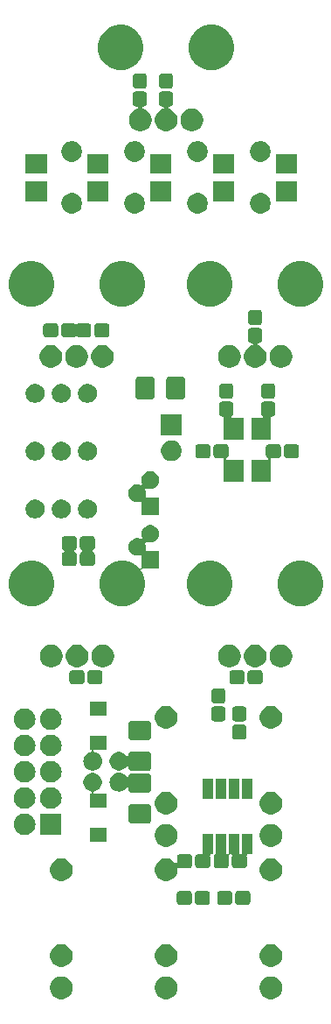
<source format=gbr>
G04 #@! TF.GenerationSoftware,KiCad,Pcbnew,5.0.2-bee76a0~70~ubuntu18.04.1*
G04 #@! TF.CreationDate,2019-04-23T19:40:41+10:00*
G04 #@! TF.ProjectId,minimoog,6d696e69-6d6f-46f6-972e-6b696361645f,rev?*
G04 #@! TF.SameCoordinates,Original*
G04 #@! TF.FileFunction,Soldermask,Top*
G04 #@! TF.FilePolarity,Negative*
%FSLAX46Y46*%
G04 Gerber Fmt 4.6, Leading zero omitted, Abs format (unit mm)*
G04 Created by KiCad (PCBNEW 5.0.2-bee76a0~70~ubuntu18.04.1) date Tue 23 Apr 2019 19:40:41 AEST*
%MOMM*%
%LPD*%
G01*
G04 APERTURE LIST*
%ADD10C,0.100000*%
G04 APERTURE END LIST*
D10*
G36*
X129860857Y-134630272D02*
X130061042Y-134713191D01*
X130241213Y-134833578D01*
X130394422Y-134986787D01*
X130514809Y-135166958D01*
X130597728Y-135367143D01*
X130640000Y-135579658D01*
X130640000Y-135796342D01*
X130597728Y-136008857D01*
X130514809Y-136209042D01*
X130394422Y-136389213D01*
X130241213Y-136542422D01*
X130061042Y-136662809D01*
X129860857Y-136745728D01*
X129648342Y-136788000D01*
X129431658Y-136788000D01*
X129219143Y-136745728D01*
X129018958Y-136662809D01*
X128838787Y-136542422D01*
X128685578Y-136389213D01*
X128565191Y-136209042D01*
X128482272Y-136008857D01*
X128440000Y-135796342D01*
X128440000Y-135579658D01*
X128482272Y-135367143D01*
X128565191Y-135166958D01*
X128685578Y-134986787D01*
X128838787Y-134833578D01*
X129018958Y-134713191D01*
X129219143Y-134630272D01*
X129431658Y-134588000D01*
X129648342Y-134588000D01*
X129860857Y-134630272D01*
X129860857Y-134630272D01*
G37*
G36*
X140020857Y-134630272D02*
X140221042Y-134713191D01*
X140401213Y-134833578D01*
X140554422Y-134986787D01*
X140674809Y-135166958D01*
X140757728Y-135367143D01*
X140800000Y-135579658D01*
X140800000Y-135796342D01*
X140757728Y-136008857D01*
X140674809Y-136209042D01*
X140554422Y-136389213D01*
X140401213Y-136542422D01*
X140221042Y-136662809D01*
X140020857Y-136745728D01*
X139808342Y-136788000D01*
X139591658Y-136788000D01*
X139379143Y-136745728D01*
X139178958Y-136662809D01*
X138998787Y-136542422D01*
X138845578Y-136389213D01*
X138725191Y-136209042D01*
X138642272Y-136008857D01*
X138600000Y-135796342D01*
X138600000Y-135579658D01*
X138642272Y-135367143D01*
X138725191Y-135166958D01*
X138845578Y-134986787D01*
X138998787Y-134833578D01*
X139178958Y-134713191D01*
X139379143Y-134630272D01*
X139591658Y-134588000D01*
X139808342Y-134588000D01*
X140020857Y-134630272D01*
X140020857Y-134630272D01*
G37*
G36*
X150180857Y-134630272D02*
X150381042Y-134713191D01*
X150561213Y-134833578D01*
X150714422Y-134986787D01*
X150834809Y-135166958D01*
X150917728Y-135367143D01*
X150960000Y-135579658D01*
X150960000Y-135796342D01*
X150917728Y-136008857D01*
X150834809Y-136209042D01*
X150714422Y-136389213D01*
X150561213Y-136542422D01*
X150381042Y-136662809D01*
X150180857Y-136745728D01*
X149968342Y-136788000D01*
X149751658Y-136788000D01*
X149539143Y-136745728D01*
X149338958Y-136662809D01*
X149158787Y-136542422D01*
X149005578Y-136389213D01*
X148885191Y-136209042D01*
X148802272Y-136008857D01*
X148760000Y-135796342D01*
X148760000Y-135579658D01*
X148802272Y-135367143D01*
X148885191Y-135166958D01*
X149005578Y-134986787D01*
X149158787Y-134833578D01*
X149338958Y-134713191D01*
X149539143Y-134630272D01*
X149751658Y-134588000D01*
X149968342Y-134588000D01*
X150180857Y-134630272D01*
X150180857Y-134630272D01*
G37*
G36*
X150180857Y-131530272D02*
X150381042Y-131613191D01*
X150561213Y-131733578D01*
X150714422Y-131886787D01*
X150834809Y-132066958D01*
X150917728Y-132267143D01*
X150960000Y-132479658D01*
X150960000Y-132696342D01*
X150917728Y-132908857D01*
X150834809Y-133109042D01*
X150714422Y-133289213D01*
X150561213Y-133442422D01*
X150381042Y-133562809D01*
X150180857Y-133645728D01*
X149968342Y-133688000D01*
X149751658Y-133688000D01*
X149539143Y-133645728D01*
X149338958Y-133562809D01*
X149158787Y-133442422D01*
X149005578Y-133289213D01*
X148885191Y-133109042D01*
X148802272Y-132908857D01*
X148760000Y-132696342D01*
X148760000Y-132479658D01*
X148802272Y-132267143D01*
X148885191Y-132066958D01*
X149005578Y-131886787D01*
X149158787Y-131733578D01*
X149338958Y-131613191D01*
X149539143Y-131530272D01*
X149751658Y-131488000D01*
X149968342Y-131488000D01*
X150180857Y-131530272D01*
X150180857Y-131530272D01*
G37*
G36*
X140020857Y-131530272D02*
X140221042Y-131613191D01*
X140401213Y-131733578D01*
X140554422Y-131886787D01*
X140674809Y-132066958D01*
X140757728Y-132267143D01*
X140800000Y-132479658D01*
X140800000Y-132696342D01*
X140757728Y-132908857D01*
X140674809Y-133109042D01*
X140554422Y-133289213D01*
X140401213Y-133442422D01*
X140221042Y-133562809D01*
X140020857Y-133645728D01*
X139808342Y-133688000D01*
X139591658Y-133688000D01*
X139379143Y-133645728D01*
X139178958Y-133562809D01*
X138998787Y-133442422D01*
X138845578Y-133289213D01*
X138725191Y-133109042D01*
X138642272Y-132908857D01*
X138600000Y-132696342D01*
X138600000Y-132479658D01*
X138642272Y-132267143D01*
X138725191Y-132066958D01*
X138845578Y-131886787D01*
X138998787Y-131733578D01*
X139178958Y-131613191D01*
X139379143Y-131530272D01*
X139591658Y-131488000D01*
X139808342Y-131488000D01*
X140020857Y-131530272D01*
X140020857Y-131530272D01*
G37*
G36*
X129860857Y-131530272D02*
X130061042Y-131613191D01*
X130241213Y-131733578D01*
X130394422Y-131886787D01*
X130514809Y-132066958D01*
X130597728Y-132267143D01*
X130640000Y-132479658D01*
X130640000Y-132696342D01*
X130597728Y-132908857D01*
X130514809Y-133109042D01*
X130394422Y-133289213D01*
X130241213Y-133442422D01*
X130061042Y-133562809D01*
X129860857Y-133645728D01*
X129648342Y-133688000D01*
X129431658Y-133688000D01*
X129219143Y-133645728D01*
X129018958Y-133562809D01*
X128838787Y-133442422D01*
X128685578Y-133289213D01*
X128565191Y-133109042D01*
X128482272Y-132908857D01*
X128440000Y-132696342D01*
X128440000Y-132479658D01*
X128482272Y-132267143D01*
X128565191Y-132066958D01*
X128685578Y-131886787D01*
X128838787Y-131733578D01*
X129018958Y-131613191D01*
X129219143Y-131530272D01*
X129431658Y-131488000D01*
X129648342Y-131488000D01*
X129860857Y-131530272D01*
X129860857Y-131530272D01*
G37*
G36*
X145896030Y-126330877D02*
X145947510Y-126346493D01*
X145994942Y-126371846D01*
X146036527Y-126405973D01*
X146070654Y-126447558D01*
X146096007Y-126494990D01*
X146111623Y-126546470D01*
X146117500Y-126606140D01*
X146117500Y-127393860D01*
X146111623Y-127453530D01*
X146096007Y-127505010D01*
X146070654Y-127552442D01*
X146036527Y-127594027D01*
X145994942Y-127628154D01*
X145947510Y-127653507D01*
X145896030Y-127669123D01*
X145836360Y-127675000D01*
X144948640Y-127675000D01*
X144888970Y-127669123D01*
X144837490Y-127653507D01*
X144790058Y-127628154D01*
X144748473Y-127594027D01*
X144714346Y-127552442D01*
X144688993Y-127505010D01*
X144673377Y-127453530D01*
X144667500Y-127393860D01*
X144667500Y-126606140D01*
X144673377Y-126546470D01*
X144688993Y-126494990D01*
X144714346Y-126447558D01*
X144748473Y-126405973D01*
X144790058Y-126371846D01*
X144837490Y-126346493D01*
X144888970Y-126330877D01*
X144948640Y-126325000D01*
X145836360Y-126325000D01*
X145896030Y-126330877D01*
X145896030Y-126330877D01*
G37*
G36*
X147646030Y-126330877D02*
X147697510Y-126346493D01*
X147744942Y-126371846D01*
X147786527Y-126405973D01*
X147820654Y-126447558D01*
X147846007Y-126494990D01*
X147861623Y-126546470D01*
X147867500Y-126606140D01*
X147867500Y-127393860D01*
X147861623Y-127453530D01*
X147846007Y-127505010D01*
X147820654Y-127552442D01*
X147786527Y-127594027D01*
X147744942Y-127628154D01*
X147697510Y-127653507D01*
X147646030Y-127669123D01*
X147586360Y-127675000D01*
X146698640Y-127675000D01*
X146638970Y-127669123D01*
X146587490Y-127653507D01*
X146540058Y-127628154D01*
X146498473Y-127594027D01*
X146464346Y-127552442D01*
X146438993Y-127505010D01*
X146423377Y-127453530D01*
X146417500Y-127393860D01*
X146417500Y-126606140D01*
X146423377Y-126546470D01*
X146438993Y-126494990D01*
X146464346Y-126447558D01*
X146498473Y-126405973D01*
X146540058Y-126371846D01*
X146587490Y-126346493D01*
X146638970Y-126330877D01*
X146698640Y-126325000D01*
X147586360Y-126325000D01*
X147646030Y-126330877D01*
X147646030Y-126330877D01*
G37*
G36*
X141981530Y-126330877D02*
X142033010Y-126346493D01*
X142080442Y-126371846D01*
X142122027Y-126405973D01*
X142156154Y-126447558D01*
X142181507Y-126494990D01*
X142197123Y-126546470D01*
X142203000Y-126606140D01*
X142203000Y-127393860D01*
X142197123Y-127453530D01*
X142181507Y-127505010D01*
X142156154Y-127552442D01*
X142122027Y-127594027D01*
X142080442Y-127628154D01*
X142033010Y-127653507D01*
X141981530Y-127669123D01*
X141921860Y-127675000D01*
X141034140Y-127675000D01*
X140974470Y-127669123D01*
X140922990Y-127653507D01*
X140875558Y-127628154D01*
X140833973Y-127594027D01*
X140799846Y-127552442D01*
X140774493Y-127505010D01*
X140758877Y-127453530D01*
X140753000Y-127393860D01*
X140753000Y-126606140D01*
X140758877Y-126546470D01*
X140774493Y-126494990D01*
X140799846Y-126447558D01*
X140833973Y-126405973D01*
X140875558Y-126371846D01*
X140922990Y-126346493D01*
X140974470Y-126330877D01*
X141034140Y-126325000D01*
X141921860Y-126325000D01*
X141981530Y-126330877D01*
X141981530Y-126330877D01*
G37*
G36*
X143731530Y-126330877D02*
X143783010Y-126346493D01*
X143830442Y-126371846D01*
X143872027Y-126405973D01*
X143906154Y-126447558D01*
X143931507Y-126494990D01*
X143947123Y-126546470D01*
X143953000Y-126606140D01*
X143953000Y-127393860D01*
X143947123Y-127453530D01*
X143931507Y-127505010D01*
X143906154Y-127552442D01*
X143872027Y-127594027D01*
X143830442Y-127628154D01*
X143783010Y-127653507D01*
X143731530Y-127669123D01*
X143671860Y-127675000D01*
X142784140Y-127675000D01*
X142724470Y-127669123D01*
X142672990Y-127653507D01*
X142625558Y-127628154D01*
X142583973Y-127594027D01*
X142549846Y-127552442D01*
X142524493Y-127505010D01*
X142508877Y-127453530D01*
X142503000Y-127393860D01*
X142503000Y-126606140D01*
X142508877Y-126546470D01*
X142524493Y-126494990D01*
X142549846Y-126447558D01*
X142583973Y-126405973D01*
X142625558Y-126371846D01*
X142672990Y-126346493D01*
X142724470Y-126330877D01*
X142784140Y-126325000D01*
X143671860Y-126325000D01*
X143731530Y-126330877D01*
X143731530Y-126330877D01*
G37*
G36*
X142009530Y-122774877D02*
X142061010Y-122790493D01*
X142108442Y-122815846D01*
X142150027Y-122849973D01*
X142184154Y-122891558D01*
X142209507Y-122938990D01*
X142225123Y-122990470D01*
X142231000Y-123050140D01*
X142231000Y-123837860D01*
X142225123Y-123897530D01*
X142209507Y-123949010D01*
X142184154Y-123996442D01*
X142150027Y-124038027D01*
X142108442Y-124072154D01*
X142061010Y-124097507D01*
X142009530Y-124113123D01*
X141949860Y-124119000D01*
X141062140Y-124119000D01*
X141002470Y-124113123D01*
X140961285Y-124100630D01*
X140937251Y-124095850D01*
X140912747Y-124095850D01*
X140888713Y-124100631D01*
X140866075Y-124110008D01*
X140845700Y-124123622D01*
X140828373Y-124140950D01*
X140814759Y-124161324D01*
X140805382Y-124183963D01*
X140800000Y-124220248D01*
X140800000Y-124396342D01*
X140757728Y-124608857D01*
X140674809Y-124809042D01*
X140554422Y-124989213D01*
X140401213Y-125142422D01*
X140221042Y-125262809D01*
X140020857Y-125345728D01*
X139808342Y-125388000D01*
X139591658Y-125388000D01*
X139379143Y-125345728D01*
X139178958Y-125262809D01*
X138998787Y-125142422D01*
X138845578Y-124989213D01*
X138725191Y-124809042D01*
X138642272Y-124608857D01*
X138600000Y-124396342D01*
X138600000Y-124179658D01*
X138642272Y-123967143D01*
X138725191Y-123766958D01*
X138725193Y-123766955D01*
X138845575Y-123586791D01*
X138845576Y-123586790D01*
X138845578Y-123586787D01*
X138998787Y-123433578D01*
X139178958Y-123313191D01*
X139379143Y-123230272D01*
X139591658Y-123188000D01*
X139808342Y-123188000D01*
X140020857Y-123230272D01*
X140221042Y-123313191D01*
X140401213Y-123433578D01*
X140557427Y-123589792D01*
X140567613Y-123602204D01*
X140586556Y-123617749D01*
X140608167Y-123629300D01*
X140631616Y-123636413D01*
X140656003Y-123638814D01*
X140680389Y-123636412D01*
X140703838Y-123629298D01*
X140725448Y-123617746D01*
X140744390Y-123602201D01*
X140759935Y-123583258D01*
X140771486Y-123561647D01*
X140778599Y-123538198D01*
X140781000Y-123513814D01*
X140781000Y-123050140D01*
X140786877Y-122990470D01*
X140802493Y-122938990D01*
X140827846Y-122891558D01*
X140861973Y-122849973D01*
X140903558Y-122815846D01*
X140950990Y-122790493D01*
X141002470Y-122774877D01*
X141062140Y-122769000D01*
X141949860Y-122769000D01*
X142009530Y-122774877D01*
X142009530Y-122774877D01*
G37*
G36*
X129860857Y-123230272D02*
X130061042Y-123313191D01*
X130241213Y-123433578D01*
X130394422Y-123586787D01*
X130394424Y-123586790D01*
X130394425Y-123586791D01*
X130514807Y-123766955D01*
X130514809Y-123766958D01*
X130597728Y-123967143D01*
X130640000Y-124179658D01*
X130640000Y-124396342D01*
X130597728Y-124608857D01*
X130514809Y-124809042D01*
X130394422Y-124989213D01*
X130241213Y-125142422D01*
X130061042Y-125262809D01*
X129860857Y-125345728D01*
X129648342Y-125388000D01*
X129431658Y-125388000D01*
X129219143Y-125345728D01*
X129018958Y-125262809D01*
X128838787Y-125142422D01*
X128685578Y-124989213D01*
X128565191Y-124809042D01*
X128482272Y-124608857D01*
X128440000Y-124396342D01*
X128440000Y-124179658D01*
X128482272Y-123967143D01*
X128565191Y-123766958D01*
X128565193Y-123766955D01*
X128685575Y-123586791D01*
X128685576Y-123586790D01*
X128685578Y-123586787D01*
X128838787Y-123433578D01*
X129018958Y-123313191D01*
X129219143Y-123230272D01*
X129431658Y-123188000D01*
X129648342Y-123188000D01*
X129860857Y-123230272D01*
X129860857Y-123230272D01*
G37*
G36*
X150180857Y-123230272D02*
X150381042Y-123313191D01*
X150561213Y-123433578D01*
X150714422Y-123586787D01*
X150714424Y-123586790D01*
X150714425Y-123586791D01*
X150834807Y-123766955D01*
X150834809Y-123766958D01*
X150917728Y-123967143D01*
X150960000Y-124179658D01*
X150960000Y-124396342D01*
X150917728Y-124608857D01*
X150834809Y-124809042D01*
X150714422Y-124989213D01*
X150561213Y-125142422D01*
X150381042Y-125262809D01*
X150180857Y-125345728D01*
X149968342Y-125388000D01*
X149751658Y-125388000D01*
X149539143Y-125345728D01*
X149338958Y-125262809D01*
X149158787Y-125142422D01*
X149005578Y-124989213D01*
X148885191Y-124809042D01*
X148802272Y-124608857D01*
X148760000Y-124396342D01*
X148760000Y-124179658D01*
X148802272Y-123967143D01*
X148885191Y-123766958D01*
X148885193Y-123766955D01*
X149005575Y-123586791D01*
X149005576Y-123586790D01*
X149005578Y-123586787D01*
X149158787Y-123433578D01*
X149338958Y-123313191D01*
X149539143Y-123230272D01*
X149751658Y-123188000D01*
X149968342Y-123188000D01*
X150180857Y-123230272D01*
X150180857Y-123230272D01*
G37*
G36*
X144264000Y-122712046D02*
X144266402Y-122736432D01*
X144273515Y-122759881D01*
X144285066Y-122781492D01*
X144300612Y-122800434D01*
X144319554Y-122815980D01*
X144341165Y-122827531D01*
X144364614Y-122834644D01*
X144389000Y-122837046D01*
X144413386Y-122834644D01*
X144436835Y-122827531D01*
X144448506Y-122821293D01*
X144448698Y-122821651D01*
X144467926Y-122811373D01*
X144488301Y-122797759D01*
X144505628Y-122780432D01*
X144519241Y-122760057D01*
X144528618Y-122737418D01*
X144534000Y-122701134D01*
X144534000Y-120851000D01*
X145534000Y-120851000D01*
X145534000Y-122672606D01*
X145536402Y-122696992D01*
X145543515Y-122720441D01*
X145555066Y-122742052D01*
X145570612Y-122760994D01*
X145589554Y-122776540D01*
X145611165Y-122788091D01*
X145615246Y-122789551D01*
X145620076Y-122792133D01*
X145642715Y-122801510D01*
X145666749Y-122806290D01*
X145691253Y-122806290D01*
X145715286Y-122801509D01*
X145737925Y-122792132D01*
X145758300Y-122778518D01*
X145775627Y-122761190D01*
X145789241Y-122740816D01*
X145798618Y-122718177D01*
X145804000Y-122681892D01*
X145804000Y-120851000D01*
X146804000Y-120851000D01*
X146804000Y-122644000D01*
X146806402Y-122668386D01*
X146813515Y-122691835D01*
X146825066Y-122713446D01*
X146840612Y-122732388D01*
X146859554Y-122747934D01*
X146881165Y-122759485D01*
X146904614Y-122766598D01*
X146929000Y-122769000D01*
X146949000Y-122769000D01*
X146973386Y-122766598D01*
X146996835Y-122759485D01*
X147018446Y-122747934D01*
X147037388Y-122732388D01*
X147052934Y-122713446D01*
X147064485Y-122691835D01*
X147071598Y-122668386D01*
X147074000Y-122644000D01*
X147074000Y-120851000D01*
X148074000Y-120851000D01*
X148074000Y-122801000D01*
X147642191Y-122801000D01*
X147617805Y-122803402D01*
X147594356Y-122810515D01*
X147572745Y-122822066D01*
X147553803Y-122837612D01*
X147538257Y-122856554D01*
X147526706Y-122878165D01*
X147519593Y-122901614D01*
X147517191Y-122926000D01*
X147519593Y-122950386D01*
X147522574Y-122962286D01*
X147531123Y-122990467D01*
X147537000Y-123050140D01*
X147537000Y-123837860D01*
X147531123Y-123897530D01*
X147515507Y-123949010D01*
X147490154Y-123996442D01*
X147456027Y-124038027D01*
X147414442Y-124072154D01*
X147367010Y-124097507D01*
X147315530Y-124113123D01*
X147255860Y-124119000D01*
X146368140Y-124119000D01*
X146308470Y-124113123D01*
X146256990Y-124097507D01*
X146209558Y-124072154D01*
X146167973Y-124038027D01*
X146133846Y-123996442D01*
X146108493Y-123949010D01*
X146092877Y-123897530D01*
X146087000Y-123837860D01*
X146087000Y-123050140D01*
X146092877Y-122990467D01*
X146101426Y-122962286D01*
X146106207Y-122938252D01*
X146106207Y-122913748D01*
X146101427Y-122889715D01*
X146092049Y-122867076D01*
X146078435Y-122846701D01*
X146061108Y-122829374D01*
X146040734Y-122815760D01*
X146018095Y-122806383D01*
X145994061Y-122801602D01*
X145981809Y-122801000D01*
X145892191Y-122801000D01*
X145867805Y-122803402D01*
X145844356Y-122810515D01*
X145822745Y-122822066D01*
X145803803Y-122837612D01*
X145788257Y-122856554D01*
X145776706Y-122878165D01*
X145769593Y-122901614D01*
X145767191Y-122926000D01*
X145769593Y-122950386D01*
X145772574Y-122962286D01*
X145781123Y-122990467D01*
X145787000Y-123050140D01*
X145787000Y-123837860D01*
X145781123Y-123897530D01*
X145765507Y-123949010D01*
X145740154Y-123996442D01*
X145706027Y-124038027D01*
X145664442Y-124072154D01*
X145617010Y-124097507D01*
X145565530Y-124113123D01*
X145505860Y-124119000D01*
X144618140Y-124119000D01*
X144558470Y-124113123D01*
X144506990Y-124097507D01*
X144459558Y-124072154D01*
X144417973Y-124038027D01*
X144383846Y-123996442D01*
X144358493Y-123949010D01*
X144342877Y-123897530D01*
X144337000Y-123837860D01*
X144337000Y-123050140D01*
X144342877Y-122990467D01*
X144351426Y-122962286D01*
X144356207Y-122938252D01*
X144356207Y-122913748D01*
X144351427Y-122889715D01*
X144342049Y-122867076D01*
X144328435Y-122846701D01*
X144311108Y-122829374D01*
X144290734Y-122815760D01*
X144268095Y-122806383D01*
X144244061Y-122801602D01*
X144231809Y-122801000D01*
X144086191Y-122801000D01*
X144061805Y-122803402D01*
X144038356Y-122810515D01*
X144016745Y-122822066D01*
X143997803Y-122837612D01*
X143982257Y-122856554D01*
X143970706Y-122878165D01*
X143963593Y-122901614D01*
X143961191Y-122926000D01*
X143963593Y-122950386D01*
X143966574Y-122962286D01*
X143975123Y-122990467D01*
X143981000Y-123050140D01*
X143981000Y-123837860D01*
X143975123Y-123897530D01*
X143959507Y-123949010D01*
X143934154Y-123996442D01*
X143900027Y-124038027D01*
X143858442Y-124072154D01*
X143811010Y-124097507D01*
X143759530Y-124113123D01*
X143699860Y-124119000D01*
X142812140Y-124119000D01*
X142752470Y-124113123D01*
X142700990Y-124097507D01*
X142653558Y-124072154D01*
X142611973Y-124038027D01*
X142577846Y-123996442D01*
X142552493Y-123949010D01*
X142536877Y-123897530D01*
X142531000Y-123837860D01*
X142531000Y-123050140D01*
X142536877Y-122990470D01*
X142552493Y-122938990D01*
X142577846Y-122891558D01*
X142611973Y-122849973D01*
X142653558Y-122815846D01*
X142700990Y-122790493D01*
X142752470Y-122774877D01*
X142812140Y-122769000D01*
X143139000Y-122769000D01*
X143163386Y-122766598D01*
X143186835Y-122759485D01*
X143208446Y-122747934D01*
X143227388Y-122732388D01*
X143242934Y-122713446D01*
X143254485Y-122691835D01*
X143261598Y-122668386D01*
X143264000Y-122644000D01*
X143264000Y-120851000D01*
X144264000Y-120851000D01*
X144264000Y-122712046D01*
X144264000Y-122712046D01*
G37*
G36*
X150180857Y-119898272D02*
X150381042Y-119981191D01*
X150381045Y-119981193D01*
X150549627Y-120093836D01*
X150561213Y-120101578D01*
X150714422Y-120254787D01*
X150834809Y-120434958D01*
X150917728Y-120635143D01*
X150960000Y-120847658D01*
X150960000Y-121064342D01*
X150917728Y-121276857D01*
X150834809Y-121477042D01*
X150714422Y-121657213D01*
X150561213Y-121810422D01*
X150381042Y-121930809D01*
X150180857Y-122013728D01*
X149968342Y-122056000D01*
X149751658Y-122056000D01*
X149539143Y-122013728D01*
X149338958Y-121930809D01*
X149158787Y-121810422D01*
X149005578Y-121657213D01*
X148885191Y-121477042D01*
X148802272Y-121276857D01*
X148760000Y-121064342D01*
X148760000Y-120847658D01*
X148802272Y-120635143D01*
X148885191Y-120434958D01*
X149005578Y-120254787D01*
X149158787Y-120101578D01*
X149170374Y-120093836D01*
X149338955Y-119981193D01*
X149338958Y-119981191D01*
X149539143Y-119898272D01*
X149751658Y-119856000D01*
X149968342Y-119856000D01*
X150180857Y-119898272D01*
X150180857Y-119898272D01*
G37*
G36*
X140020857Y-119898272D02*
X140221042Y-119981191D01*
X140221045Y-119981193D01*
X140389627Y-120093836D01*
X140401213Y-120101578D01*
X140554422Y-120254787D01*
X140674809Y-120434958D01*
X140757728Y-120635143D01*
X140800000Y-120847658D01*
X140800000Y-121064342D01*
X140757728Y-121276857D01*
X140674809Y-121477042D01*
X140554422Y-121657213D01*
X140401213Y-121810422D01*
X140221042Y-121930809D01*
X140020857Y-122013728D01*
X139808342Y-122056000D01*
X139591658Y-122056000D01*
X139379143Y-122013728D01*
X139178958Y-121930809D01*
X138998787Y-121810422D01*
X138845578Y-121657213D01*
X138725191Y-121477042D01*
X138642272Y-121276857D01*
X138600000Y-121064342D01*
X138600000Y-120847658D01*
X138642272Y-120635143D01*
X138725191Y-120434958D01*
X138845578Y-120254787D01*
X138998787Y-120101578D01*
X139010374Y-120093836D01*
X139178955Y-119981193D01*
X139178958Y-119981191D01*
X139379143Y-119898272D01*
X139591658Y-119856000D01*
X139808342Y-119856000D01*
X140020857Y-119898272D01*
X140020857Y-119898272D01*
G37*
G36*
X133896000Y-121554000D02*
X132296000Y-121554000D01*
X132296000Y-120254000D01*
X133896000Y-120254000D01*
X133896000Y-121554000D01*
X133896000Y-121554000D01*
G37*
G36*
X126112707Y-118845596D02*
X126189836Y-118853193D01*
X126321787Y-118893220D01*
X126387763Y-118913233D01*
X126570172Y-119010733D01*
X126730054Y-119141946D01*
X126861267Y-119301828D01*
X126958767Y-119484237D01*
X126958767Y-119484238D01*
X127018807Y-119682164D01*
X127039080Y-119888000D01*
X127018807Y-120093836D01*
X127016459Y-120101575D01*
X126958767Y-120291763D01*
X126861267Y-120474172D01*
X126730054Y-120634054D01*
X126570172Y-120765267D01*
X126387763Y-120862767D01*
X126321787Y-120882780D01*
X126189836Y-120922807D01*
X126112707Y-120930404D01*
X126035580Y-120938000D01*
X125932420Y-120938000D01*
X125855293Y-120930404D01*
X125778164Y-120922807D01*
X125646213Y-120882780D01*
X125580237Y-120862767D01*
X125397828Y-120765267D01*
X125237946Y-120634054D01*
X125106733Y-120474172D01*
X125009233Y-120291763D01*
X124951541Y-120101575D01*
X124949193Y-120093836D01*
X124928920Y-119888000D01*
X124949193Y-119682164D01*
X125009233Y-119484238D01*
X125009233Y-119484237D01*
X125106733Y-119301828D01*
X125237946Y-119141946D01*
X125397828Y-119010733D01*
X125580237Y-118913233D01*
X125646213Y-118893220D01*
X125778164Y-118853193D01*
X125855293Y-118845596D01*
X125932420Y-118838000D01*
X126035580Y-118838000D01*
X126112707Y-118845596D01*
X126112707Y-118845596D01*
G37*
G36*
X129574000Y-120938000D02*
X127474000Y-120938000D01*
X127474000Y-118838000D01*
X129574000Y-118838000D01*
X129574000Y-120938000D01*
X129574000Y-120938000D01*
G37*
G36*
X138042482Y-117964686D02*
X138087204Y-117978253D01*
X138128433Y-118000290D01*
X138164561Y-118029939D01*
X138194210Y-118066067D01*
X138216247Y-118107296D01*
X138229814Y-118152018D01*
X138235000Y-118204675D01*
X138235000Y-119539325D01*
X138229814Y-119591982D01*
X138216247Y-119636704D01*
X138194210Y-119677933D01*
X138164561Y-119714061D01*
X138128433Y-119743710D01*
X138087204Y-119765747D01*
X138042482Y-119779314D01*
X137989825Y-119784500D01*
X136330175Y-119784500D01*
X136277518Y-119779314D01*
X136232796Y-119765747D01*
X136191567Y-119743710D01*
X136155439Y-119714061D01*
X136125790Y-119677933D01*
X136103753Y-119636704D01*
X136090186Y-119591982D01*
X136085000Y-119539325D01*
X136085000Y-118204675D01*
X136090186Y-118152018D01*
X136103753Y-118107296D01*
X136125790Y-118066067D01*
X136155439Y-118029939D01*
X136191567Y-118000290D01*
X136232796Y-117978253D01*
X136277518Y-117964686D01*
X136330175Y-117959500D01*
X137989825Y-117959500D01*
X138042482Y-117964686D01*
X138042482Y-117964686D01*
G37*
G36*
X150180857Y-116798272D02*
X150381042Y-116881191D01*
X150381045Y-116881193D01*
X150458481Y-116932934D01*
X150561213Y-117001578D01*
X150714422Y-117154787D01*
X150834809Y-117334958D01*
X150917728Y-117535143D01*
X150960000Y-117747658D01*
X150960000Y-117964342D01*
X150917728Y-118176857D01*
X150834809Y-118377042D01*
X150714422Y-118557213D01*
X150561213Y-118710422D01*
X150381042Y-118830809D01*
X150180857Y-118913728D01*
X149968342Y-118956000D01*
X149751658Y-118956000D01*
X149539143Y-118913728D01*
X149338958Y-118830809D01*
X149158787Y-118710422D01*
X149005578Y-118557213D01*
X148885191Y-118377042D01*
X148802272Y-118176857D01*
X148760000Y-117964342D01*
X148760000Y-117747658D01*
X148802272Y-117535143D01*
X148885191Y-117334958D01*
X149005578Y-117154787D01*
X149158787Y-117001578D01*
X149261520Y-116932934D01*
X149338955Y-116881193D01*
X149338958Y-116881191D01*
X149539143Y-116798272D01*
X149751658Y-116756000D01*
X149968342Y-116756000D01*
X150180857Y-116798272D01*
X150180857Y-116798272D01*
G37*
G36*
X140020857Y-116798272D02*
X140221042Y-116881191D01*
X140221045Y-116881193D01*
X140298481Y-116932934D01*
X140401213Y-117001578D01*
X140554422Y-117154787D01*
X140674809Y-117334958D01*
X140757728Y-117535143D01*
X140800000Y-117747658D01*
X140800000Y-117964342D01*
X140757728Y-118176857D01*
X140674809Y-118377042D01*
X140554422Y-118557213D01*
X140401213Y-118710422D01*
X140221042Y-118830809D01*
X140020857Y-118913728D01*
X139808342Y-118956000D01*
X139591658Y-118956000D01*
X139379143Y-118913728D01*
X139178958Y-118830809D01*
X138998787Y-118710422D01*
X138845578Y-118557213D01*
X138725191Y-118377042D01*
X138642272Y-118176857D01*
X138600000Y-117964342D01*
X138600000Y-117747658D01*
X138642272Y-117535143D01*
X138725191Y-117334958D01*
X138845578Y-117154787D01*
X138998787Y-117001578D01*
X139101520Y-116932934D01*
X139178955Y-116881193D01*
X139178958Y-116881191D01*
X139379143Y-116798272D01*
X139591658Y-116756000D01*
X139808342Y-116756000D01*
X140020857Y-116798272D01*
X140020857Y-116798272D01*
G37*
G36*
X128629634Y-116303324D02*
X128729836Y-116313193D01*
X128840040Y-116346623D01*
X128927763Y-116373233D01*
X129110172Y-116470733D01*
X129270054Y-116601946D01*
X129401267Y-116761828D01*
X129498767Y-116944237D01*
X129516160Y-117001575D01*
X129558807Y-117142164D01*
X129579080Y-117348000D01*
X129558807Y-117553836D01*
X129518780Y-117685787D01*
X129498767Y-117751763D01*
X129401267Y-117934172D01*
X129270054Y-118094054D01*
X129110172Y-118225267D01*
X128927763Y-118322767D01*
X128861787Y-118342780D01*
X128729836Y-118382807D01*
X128652707Y-118390403D01*
X128575580Y-118398000D01*
X128472420Y-118398000D01*
X128395293Y-118390403D01*
X128318164Y-118382807D01*
X128186213Y-118342780D01*
X128120237Y-118322767D01*
X127937828Y-118225267D01*
X127777946Y-118094054D01*
X127646733Y-117934172D01*
X127549233Y-117751763D01*
X127529220Y-117685787D01*
X127489193Y-117553836D01*
X127468920Y-117348000D01*
X127489193Y-117142164D01*
X127531840Y-117001575D01*
X127549233Y-116944237D01*
X127646733Y-116761828D01*
X127777946Y-116601946D01*
X127937828Y-116470733D01*
X128120237Y-116373233D01*
X128207960Y-116346623D01*
X128318164Y-116313193D01*
X128418366Y-116303324D01*
X128472420Y-116298000D01*
X128575580Y-116298000D01*
X128629634Y-116303324D01*
X128629634Y-116303324D01*
G37*
G36*
X126089634Y-116303324D02*
X126189836Y-116313193D01*
X126300040Y-116346623D01*
X126387763Y-116373233D01*
X126570172Y-116470733D01*
X126730054Y-116601946D01*
X126861267Y-116761828D01*
X126958767Y-116944237D01*
X126976160Y-117001575D01*
X127018807Y-117142164D01*
X127039080Y-117348000D01*
X127018807Y-117553836D01*
X126978780Y-117685787D01*
X126958767Y-117751763D01*
X126861267Y-117934172D01*
X126730054Y-118094054D01*
X126570172Y-118225267D01*
X126387763Y-118322767D01*
X126321787Y-118342780D01*
X126189836Y-118382807D01*
X126112707Y-118390403D01*
X126035580Y-118398000D01*
X125932420Y-118398000D01*
X125855293Y-118390403D01*
X125778164Y-118382807D01*
X125646213Y-118342780D01*
X125580237Y-118322767D01*
X125397828Y-118225267D01*
X125237946Y-118094054D01*
X125106733Y-117934172D01*
X125009233Y-117751763D01*
X124989220Y-117685787D01*
X124949193Y-117553836D01*
X124928920Y-117348000D01*
X124949193Y-117142164D01*
X124991840Y-117001575D01*
X125009233Y-116944237D01*
X125106733Y-116761828D01*
X125237946Y-116601946D01*
X125397828Y-116470733D01*
X125580237Y-116373233D01*
X125667960Y-116346623D01*
X125778164Y-116313193D01*
X125878366Y-116303324D01*
X125932420Y-116298000D01*
X126035580Y-116298000D01*
X126089634Y-116303324D01*
X126089634Y-116303324D01*
G37*
G36*
X133896000Y-112662000D02*
X132805975Y-112662000D01*
X132781589Y-112664402D01*
X132758140Y-112671515D01*
X132736529Y-112683066D01*
X132717587Y-112698612D01*
X132702041Y-112717554D01*
X132690490Y-112739165D01*
X132683377Y-112762614D01*
X132680975Y-112787000D01*
X132683377Y-112811386D01*
X132690490Y-112834835D01*
X132702041Y-112856446D01*
X132717587Y-112875388D01*
X132736529Y-112890934D01*
X132769689Y-112906617D01*
X132934081Y-112956485D01*
X133090433Y-113040056D01*
X133227475Y-113152525D01*
X133339944Y-113289567D01*
X133423515Y-113445919D01*
X133474978Y-113615568D01*
X133492354Y-113792000D01*
X133474978Y-113968432D01*
X133423515Y-114138081D01*
X133339944Y-114294433D01*
X133227475Y-114431475D01*
X133090433Y-114543944D01*
X132934081Y-114627515D01*
X132764432Y-114678978D01*
X132720467Y-114683308D01*
X132696434Y-114688089D01*
X132673795Y-114697466D01*
X132653420Y-114711080D01*
X132636093Y-114728407D01*
X132622480Y-114748782D01*
X132613102Y-114771421D01*
X132608322Y-114795455D01*
X132608322Y-114819959D01*
X132613103Y-114843992D01*
X132622480Y-114866631D01*
X132636094Y-114887006D01*
X132653421Y-114904333D01*
X132673796Y-114917946D01*
X132708333Y-114930304D01*
X132720340Y-114932692D01*
X132850521Y-114958586D01*
X133014309Y-115026429D01*
X133161720Y-115124926D01*
X133287074Y-115250280D01*
X133385571Y-115397691D01*
X133453414Y-115561479D01*
X133488000Y-115735356D01*
X133488000Y-115912644D01*
X133453414Y-116086521D01*
X133385571Y-116250309D01*
X133287074Y-116397720D01*
X133161720Y-116523074D01*
X133014309Y-116621571D01*
X132850521Y-116689414D01*
X132765115Y-116706402D01*
X132741666Y-116713515D01*
X132720055Y-116725066D01*
X132701113Y-116740611D01*
X132685567Y-116759554D01*
X132674016Y-116781164D01*
X132666903Y-116804613D01*
X132664501Y-116829000D01*
X132666903Y-116853386D01*
X132674016Y-116876835D01*
X132685567Y-116898446D01*
X132701112Y-116917388D01*
X132720055Y-116932934D01*
X132741665Y-116944485D01*
X132765114Y-116951598D01*
X132789501Y-116954000D01*
X133896000Y-116954000D01*
X133896000Y-118254000D01*
X132296000Y-118254000D01*
X132296000Y-116954000D01*
X132386499Y-116954000D01*
X132410885Y-116951598D01*
X132434334Y-116944485D01*
X132455945Y-116932934D01*
X132474887Y-116917388D01*
X132490433Y-116898446D01*
X132501984Y-116876835D01*
X132509097Y-116853386D01*
X132511499Y-116829000D01*
X132509097Y-116804614D01*
X132501984Y-116781165D01*
X132490433Y-116759554D01*
X132474887Y-116740612D01*
X132455945Y-116725066D01*
X132434334Y-116713515D01*
X132410885Y-116706402D01*
X132325479Y-116689414D01*
X132161691Y-116621571D01*
X132014280Y-116523074D01*
X131888926Y-116397720D01*
X131790429Y-116250309D01*
X131722586Y-116086521D01*
X131688000Y-115912644D01*
X131688000Y-115735356D01*
X131722586Y-115561479D01*
X131790429Y-115397691D01*
X131888926Y-115250280D01*
X132014280Y-115124926D01*
X132161691Y-115026429D01*
X132325479Y-114958586D01*
X132455660Y-114932692D01*
X132467668Y-114930304D01*
X132491115Y-114923191D01*
X132512726Y-114911640D01*
X132531668Y-114896095D01*
X132547213Y-114877153D01*
X132558765Y-114855542D01*
X132565878Y-114832093D01*
X132568280Y-114807706D01*
X132565878Y-114783320D01*
X132558765Y-114759871D01*
X132547214Y-114738260D01*
X132531669Y-114719318D01*
X132512727Y-114703773D01*
X132491116Y-114692221D01*
X132455533Y-114683308D01*
X132411568Y-114678978D01*
X132241919Y-114627515D01*
X132085567Y-114543944D01*
X131948525Y-114431475D01*
X131836056Y-114294433D01*
X131752485Y-114138081D01*
X131701022Y-113968432D01*
X131683646Y-113792000D01*
X131701022Y-113615568D01*
X131752485Y-113445919D01*
X131836056Y-113289567D01*
X131948525Y-113152525D01*
X132085567Y-113040056D01*
X132241919Y-112956485D01*
X132406311Y-112906617D01*
X132428950Y-112897240D01*
X132449324Y-112883626D01*
X132466652Y-112866299D01*
X132480265Y-112845924D01*
X132489643Y-112823285D01*
X132494423Y-112799252D01*
X132494423Y-112774748D01*
X132489642Y-112750714D01*
X132480265Y-112728075D01*
X132466651Y-112707701D01*
X132449324Y-112690373D01*
X132428949Y-112676760D01*
X132406310Y-112667382D01*
X132370025Y-112662000D01*
X132296000Y-112662000D01*
X132296000Y-111362000D01*
X133896000Y-111362000D01*
X133896000Y-112662000D01*
X133896000Y-112662000D01*
G37*
G36*
X145534000Y-117401000D02*
X144534000Y-117401000D01*
X144534000Y-115451000D01*
X145534000Y-115451000D01*
X145534000Y-117401000D01*
X145534000Y-117401000D01*
G37*
G36*
X144264000Y-117401000D02*
X143264000Y-117401000D01*
X143264000Y-115451000D01*
X144264000Y-115451000D01*
X144264000Y-117401000D01*
X144264000Y-117401000D01*
G37*
G36*
X146804000Y-117401000D02*
X145804000Y-117401000D01*
X145804000Y-115451000D01*
X146804000Y-115451000D01*
X146804000Y-117401000D01*
X146804000Y-117401000D01*
G37*
G36*
X148074000Y-117401000D02*
X147074000Y-117401000D01*
X147074000Y-115451000D01*
X148074000Y-115451000D01*
X148074000Y-117401000D01*
X148074000Y-117401000D01*
G37*
G36*
X138042482Y-112884686D02*
X138087204Y-112898253D01*
X138128433Y-112920290D01*
X138164561Y-112949939D01*
X138194210Y-112986067D01*
X138216247Y-113027296D01*
X138229814Y-113072018D01*
X138235000Y-113124675D01*
X138235000Y-114459325D01*
X138229814Y-114511982D01*
X138216247Y-114556704D01*
X138194210Y-114597933D01*
X138164561Y-114634061D01*
X138128433Y-114663710D01*
X138087204Y-114685747D01*
X138042482Y-114699314D01*
X137989825Y-114704500D01*
X136330175Y-114704500D01*
X136277518Y-114699314D01*
X136232796Y-114685747D01*
X136191567Y-114663710D01*
X136155439Y-114634061D01*
X136125790Y-114597933D01*
X136103753Y-114556704D01*
X136090186Y-114511982D01*
X136085000Y-114459325D01*
X136085000Y-114391777D01*
X136082598Y-114367391D01*
X136075485Y-114343942D01*
X136063934Y-114322331D01*
X136048388Y-114303389D01*
X136029446Y-114287843D01*
X136007835Y-114276292D01*
X135984386Y-114269179D01*
X135960000Y-114266777D01*
X135935614Y-114269179D01*
X135912165Y-114276292D01*
X135890554Y-114287843D01*
X135871612Y-114303389D01*
X135856067Y-114322330D01*
X135827076Y-114365718D01*
X135701720Y-114491074D01*
X135554309Y-114589571D01*
X135390521Y-114657414D01*
X135311186Y-114673194D01*
X135248332Y-114685696D01*
X135224885Y-114692809D01*
X135203274Y-114704360D01*
X135184332Y-114719905D01*
X135168787Y-114738847D01*
X135157235Y-114760458D01*
X135150122Y-114783907D01*
X135147720Y-114808294D01*
X135150122Y-114832680D01*
X135157235Y-114856129D01*
X135168786Y-114877740D01*
X135184331Y-114896682D01*
X135203273Y-114912227D01*
X135224884Y-114923779D01*
X135260467Y-114932692D01*
X135304432Y-114937022D01*
X135474081Y-114988485D01*
X135630433Y-115072056D01*
X135767475Y-115184525D01*
X135863502Y-115301533D01*
X135880829Y-115318861D01*
X135901204Y-115332474D01*
X135923843Y-115341852D01*
X135947876Y-115346632D01*
X135972381Y-115346632D01*
X135996414Y-115341851D01*
X136019053Y-115332474D01*
X136039427Y-115318860D01*
X136056755Y-115301533D01*
X136070368Y-115281158D01*
X136079746Y-115258519D01*
X136084526Y-115234487D01*
X136090186Y-115177018D01*
X136103753Y-115132296D01*
X136125790Y-115091067D01*
X136155439Y-115054939D01*
X136191567Y-115025290D01*
X136232796Y-115003253D01*
X136277518Y-114989686D01*
X136330175Y-114984500D01*
X137989825Y-114984500D01*
X138042482Y-114989686D01*
X138087204Y-115003253D01*
X138128433Y-115025290D01*
X138164561Y-115054939D01*
X138194210Y-115091067D01*
X138216247Y-115132296D01*
X138229814Y-115177018D01*
X138235000Y-115229675D01*
X138235000Y-116564325D01*
X138229814Y-116616982D01*
X138216247Y-116661704D01*
X138194210Y-116702933D01*
X138164561Y-116739061D01*
X138128433Y-116768710D01*
X138087204Y-116790747D01*
X138042482Y-116804314D01*
X137989825Y-116809500D01*
X136330175Y-116809500D01*
X136277518Y-116804314D01*
X136232796Y-116790747D01*
X136191567Y-116768710D01*
X136155439Y-116739061D01*
X136125790Y-116702933D01*
X136103753Y-116661704D01*
X136090186Y-116616982D01*
X136085000Y-116564325D01*
X136085000Y-116425922D01*
X136082598Y-116401536D01*
X136075485Y-116378087D01*
X136063934Y-116356476D01*
X136048388Y-116337534D01*
X136029446Y-116321988D01*
X136007835Y-116310437D01*
X135984386Y-116303324D01*
X135960000Y-116300922D01*
X135935614Y-116303324D01*
X135912165Y-116310437D01*
X135890554Y-116321988D01*
X135863374Y-116346623D01*
X135767475Y-116463475D01*
X135630433Y-116575944D01*
X135474081Y-116659515D01*
X135304432Y-116710978D01*
X135172211Y-116724000D01*
X135083789Y-116724000D01*
X134951568Y-116710978D01*
X134781919Y-116659515D01*
X134625567Y-116575944D01*
X134488525Y-116463475D01*
X134376056Y-116326433D01*
X134292485Y-116170081D01*
X134241022Y-116000432D01*
X134223646Y-115824000D01*
X134241022Y-115647568D01*
X134292485Y-115477919D01*
X134376056Y-115321567D01*
X134488525Y-115184525D01*
X134625567Y-115072056D01*
X134781919Y-114988485D01*
X134951568Y-114937022D01*
X134995533Y-114932692D01*
X135019566Y-114927911D01*
X135042205Y-114918534D01*
X135062580Y-114904920D01*
X135079907Y-114887593D01*
X135093520Y-114867218D01*
X135102898Y-114844579D01*
X135107678Y-114820545D01*
X135107678Y-114796041D01*
X135102897Y-114772008D01*
X135093520Y-114749369D01*
X135079906Y-114728994D01*
X135062579Y-114711667D01*
X135042204Y-114698054D01*
X135007667Y-114685696D01*
X134944814Y-114673194D01*
X134865479Y-114657414D01*
X134701691Y-114589571D01*
X134554280Y-114491074D01*
X134428926Y-114365720D01*
X134330429Y-114218309D01*
X134262586Y-114054521D01*
X134228000Y-113880644D01*
X134228000Y-113703356D01*
X134262586Y-113529479D01*
X134330429Y-113365691D01*
X134428926Y-113218280D01*
X134554280Y-113092926D01*
X134701691Y-112994429D01*
X134865479Y-112926586D01*
X135039356Y-112892000D01*
X135216644Y-112892000D01*
X135390521Y-112926586D01*
X135554309Y-112994429D01*
X135701720Y-113092926D01*
X135827076Y-113218282D01*
X135856067Y-113261670D01*
X135871612Y-113280612D01*
X135890554Y-113296157D01*
X135912165Y-113307708D01*
X135935614Y-113314821D01*
X135960000Y-113317223D01*
X135984387Y-113314821D01*
X136007836Y-113307708D01*
X136029447Y-113296156D01*
X136048389Y-113280611D01*
X136063934Y-113261669D01*
X136075485Y-113240058D01*
X136082598Y-113216609D01*
X136085000Y-113192223D01*
X136085000Y-113124675D01*
X136090186Y-113072018D01*
X136103753Y-113027296D01*
X136125790Y-112986067D01*
X136155439Y-112949939D01*
X136191567Y-112920290D01*
X136232796Y-112898253D01*
X136277518Y-112884686D01*
X136330175Y-112879500D01*
X137989825Y-112879500D01*
X138042482Y-112884686D01*
X138042482Y-112884686D01*
G37*
G36*
X126112707Y-113765597D02*
X126189836Y-113773193D01*
X126321787Y-113813220D01*
X126387763Y-113833233D01*
X126570172Y-113930733D01*
X126730054Y-114061946D01*
X126861267Y-114221828D01*
X126958767Y-114404237D01*
X126958767Y-114404238D01*
X127018807Y-114602164D01*
X127039080Y-114808000D01*
X127018807Y-115013836D01*
X127001146Y-115072056D01*
X126958767Y-115211763D01*
X126861267Y-115394172D01*
X126730054Y-115554054D01*
X126570172Y-115685267D01*
X126387763Y-115782767D01*
X126321787Y-115802780D01*
X126189836Y-115842807D01*
X126112707Y-115850403D01*
X126035580Y-115858000D01*
X125932420Y-115858000D01*
X125855293Y-115850403D01*
X125778164Y-115842807D01*
X125646213Y-115802780D01*
X125580237Y-115782767D01*
X125397828Y-115685267D01*
X125237946Y-115554054D01*
X125106733Y-115394172D01*
X125009233Y-115211763D01*
X124966854Y-115072056D01*
X124949193Y-115013836D01*
X124928920Y-114808000D01*
X124949193Y-114602164D01*
X125009233Y-114404238D01*
X125009233Y-114404237D01*
X125106733Y-114221828D01*
X125237946Y-114061946D01*
X125397828Y-113930733D01*
X125580237Y-113833233D01*
X125646213Y-113813220D01*
X125778164Y-113773193D01*
X125855293Y-113765597D01*
X125932420Y-113758000D01*
X126035580Y-113758000D01*
X126112707Y-113765597D01*
X126112707Y-113765597D01*
G37*
G36*
X128652707Y-113765597D02*
X128729836Y-113773193D01*
X128861787Y-113813220D01*
X128927763Y-113833233D01*
X129110172Y-113930733D01*
X129270054Y-114061946D01*
X129401267Y-114221828D01*
X129498767Y-114404237D01*
X129498767Y-114404238D01*
X129558807Y-114602164D01*
X129579080Y-114808000D01*
X129558807Y-115013836D01*
X129541146Y-115072056D01*
X129498767Y-115211763D01*
X129401267Y-115394172D01*
X129270054Y-115554054D01*
X129110172Y-115685267D01*
X128927763Y-115782767D01*
X128861787Y-115802780D01*
X128729836Y-115842807D01*
X128652707Y-115850403D01*
X128575580Y-115858000D01*
X128472420Y-115858000D01*
X128395293Y-115850403D01*
X128318164Y-115842807D01*
X128186213Y-115802780D01*
X128120237Y-115782767D01*
X127937828Y-115685267D01*
X127777946Y-115554054D01*
X127646733Y-115394172D01*
X127549233Y-115211763D01*
X127506854Y-115072056D01*
X127489193Y-115013836D01*
X127468920Y-114808000D01*
X127489193Y-114602164D01*
X127549233Y-114404238D01*
X127549233Y-114404237D01*
X127646733Y-114221828D01*
X127777946Y-114061946D01*
X127937828Y-113930733D01*
X128120237Y-113833233D01*
X128186213Y-113813220D01*
X128318164Y-113773193D01*
X128395293Y-113765597D01*
X128472420Y-113758000D01*
X128575580Y-113758000D01*
X128652707Y-113765597D01*
X128652707Y-113765597D01*
G37*
G36*
X128652707Y-111225596D02*
X128729836Y-111233193D01*
X128861787Y-111273220D01*
X128927763Y-111293233D01*
X129110172Y-111390733D01*
X129270054Y-111521946D01*
X129401267Y-111681828D01*
X129498767Y-111864237D01*
X129498767Y-111864238D01*
X129558807Y-112062164D01*
X129579080Y-112268000D01*
X129558807Y-112473836D01*
X129518780Y-112605787D01*
X129498767Y-112671763D01*
X129401267Y-112854172D01*
X129270054Y-113014054D01*
X129110172Y-113145267D01*
X128927763Y-113242767D01*
X128865450Y-113261669D01*
X128729836Y-113302807D01*
X128652707Y-113310404D01*
X128575580Y-113318000D01*
X128472420Y-113318000D01*
X128395293Y-113310404D01*
X128318164Y-113302807D01*
X128182550Y-113261669D01*
X128120237Y-113242767D01*
X127937828Y-113145267D01*
X127777946Y-113014054D01*
X127646733Y-112854172D01*
X127549233Y-112671763D01*
X127529220Y-112605787D01*
X127489193Y-112473836D01*
X127468920Y-112268000D01*
X127489193Y-112062164D01*
X127549233Y-111864238D01*
X127549233Y-111864237D01*
X127646733Y-111681828D01*
X127777946Y-111521946D01*
X127937828Y-111390733D01*
X128120237Y-111293233D01*
X128186213Y-111273220D01*
X128318164Y-111233193D01*
X128395293Y-111225596D01*
X128472420Y-111218000D01*
X128575580Y-111218000D01*
X128652707Y-111225596D01*
X128652707Y-111225596D01*
G37*
G36*
X126112707Y-111225596D02*
X126189836Y-111233193D01*
X126321787Y-111273220D01*
X126387763Y-111293233D01*
X126570172Y-111390733D01*
X126730054Y-111521946D01*
X126861267Y-111681828D01*
X126958767Y-111864237D01*
X126958767Y-111864238D01*
X127018807Y-112062164D01*
X127039080Y-112268000D01*
X127018807Y-112473836D01*
X126978780Y-112605787D01*
X126958767Y-112671763D01*
X126861267Y-112854172D01*
X126730054Y-113014054D01*
X126570172Y-113145267D01*
X126387763Y-113242767D01*
X126325450Y-113261669D01*
X126189836Y-113302807D01*
X126112707Y-113310404D01*
X126035580Y-113318000D01*
X125932420Y-113318000D01*
X125855293Y-113310404D01*
X125778164Y-113302807D01*
X125642550Y-113261669D01*
X125580237Y-113242767D01*
X125397828Y-113145267D01*
X125237946Y-113014054D01*
X125106733Y-112854172D01*
X125009233Y-112671763D01*
X124989220Y-112605787D01*
X124949193Y-112473836D01*
X124928920Y-112268000D01*
X124949193Y-112062164D01*
X125009233Y-111864238D01*
X125009233Y-111864237D01*
X125106733Y-111681828D01*
X125237946Y-111521946D01*
X125397828Y-111390733D01*
X125580237Y-111293233D01*
X125646213Y-111273220D01*
X125778164Y-111233193D01*
X125855293Y-111225596D01*
X125932420Y-111218000D01*
X126035580Y-111218000D01*
X126112707Y-111225596D01*
X126112707Y-111225596D01*
G37*
G36*
X138042482Y-109909686D02*
X138087204Y-109923253D01*
X138128433Y-109945290D01*
X138164561Y-109974939D01*
X138194210Y-110011067D01*
X138216247Y-110052296D01*
X138229814Y-110097018D01*
X138235000Y-110149675D01*
X138235000Y-111484325D01*
X138229814Y-111536982D01*
X138216247Y-111581704D01*
X138194210Y-111622933D01*
X138164561Y-111659061D01*
X138128433Y-111688710D01*
X138087204Y-111710747D01*
X138042482Y-111724314D01*
X137989825Y-111729500D01*
X136330175Y-111729500D01*
X136277518Y-111724314D01*
X136232796Y-111710747D01*
X136191567Y-111688710D01*
X136155439Y-111659061D01*
X136125790Y-111622933D01*
X136103753Y-111581704D01*
X136090186Y-111536982D01*
X136085000Y-111484325D01*
X136085000Y-110149675D01*
X136090186Y-110097018D01*
X136103753Y-110052296D01*
X136125790Y-110011067D01*
X136155439Y-109974939D01*
X136191567Y-109945290D01*
X136232796Y-109923253D01*
X136277518Y-109909686D01*
X136330175Y-109904500D01*
X137989825Y-109904500D01*
X138042482Y-109909686D01*
X138042482Y-109909686D01*
G37*
G36*
X147265530Y-110250877D02*
X147317010Y-110266493D01*
X147364442Y-110291846D01*
X147406027Y-110325973D01*
X147440154Y-110367558D01*
X147465507Y-110414990D01*
X147481123Y-110466470D01*
X147487000Y-110526140D01*
X147487000Y-111413860D01*
X147481123Y-111473530D01*
X147465507Y-111525010D01*
X147440154Y-111572442D01*
X147406027Y-111614027D01*
X147364442Y-111648154D01*
X147317010Y-111673507D01*
X147265530Y-111689123D01*
X147205860Y-111695000D01*
X146418140Y-111695000D01*
X146358470Y-111689123D01*
X146306990Y-111673507D01*
X146259558Y-111648154D01*
X146217973Y-111614027D01*
X146183846Y-111572442D01*
X146158493Y-111525010D01*
X146142877Y-111473530D01*
X146137000Y-111413860D01*
X146137000Y-110526140D01*
X146142877Y-110466470D01*
X146158493Y-110414990D01*
X146183846Y-110367558D01*
X146217973Y-110325973D01*
X146259558Y-110291846D01*
X146306990Y-110266493D01*
X146358470Y-110250877D01*
X146418140Y-110245000D01*
X147205860Y-110245000D01*
X147265530Y-110250877D01*
X147265530Y-110250877D01*
G37*
G36*
X128652707Y-108685596D02*
X128729836Y-108693193D01*
X128861787Y-108733220D01*
X128927763Y-108753233D01*
X129110172Y-108850733D01*
X129270054Y-108981946D01*
X129401267Y-109141828D01*
X129498767Y-109324237D01*
X129498767Y-109324238D01*
X129558807Y-109522164D01*
X129579080Y-109728000D01*
X129558807Y-109933836D01*
X129539259Y-109998277D01*
X129498767Y-110131763D01*
X129401267Y-110314172D01*
X129270054Y-110474054D01*
X129110172Y-110605267D01*
X128927763Y-110702767D01*
X128861787Y-110722780D01*
X128729836Y-110762807D01*
X128652707Y-110770404D01*
X128575580Y-110778000D01*
X128472420Y-110778000D01*
X128395293Y-110770404D01*
X128318164Y-110762807D01*
X128186213Y-110722780D01*
X128120237Y-110702767D01*
X127937828Y-110605267D01*
X127777946Y-110474054D01*
X127646733Y-110314172D01*
X127549233Y-110131763D01*
X127508741Y-109998277D01*
X127489193Y-109933836D01*
X127468920Y-109728000D01*
X127489193Y-109522164D01*
X127549233Y-109324238D01*
X127549233Y-109324237D01*
X127646733Y-109141828D01*
X127777946Y-108981946D01*
X127937828Y-108850733D01*
X128120237Y-108753233D01*
X128186213Y-108733220D01*
X128318164Y-108693193D01*
X128395293Y-108685596D01*
X128472420Y-108678000D01*
X128575580Y-108678000D01*
X128652707Y-108685596D01*
X128652707Y-108685596D01*
G37*
G36*
X126112707Y-108685596D02*
X126189836Y-108693193D01*
X126321787Y-108733220D01*
X126387763Y-108753233D01*
X126570172Y-108850733D01*
X126730054Y-108981946D01*
X126861267Y-109141828D01*
X126958767Y-109324237D01*
X126958767Y-109324238D01*
X127018807Y-109522164D01*
X127039080Y-109728000D01*
X127018807Y-109933836D01*
X126999259Y-109998277D01*
X126958767Y-110131763D01*
X126861267Y-110314172D01*
X126730054Y-110474054D01*
X126570172Y-110605267D01*
X126387763Y-110702767D01*
X126321787Y-110722780D01*
X126189836Y-110762807D01*
X126112707Y-110770404D01*
X126035580Y-110778000D01*
X125932420Y-110778000D01*
X125855293Y-110770404D01*
X125778164Y-110762807D01*
X125646213Y-110722780D01*
X125580237Y-110702767D01*
X125397828Y-110605267D01*
X125237946Y-110474054D01*
X125106733Y-110314172D01*
X125009233Y-110131763D01*
X124968741Y-109998277D01*
X124949193Y-109933836D01*
X124928920Y-109728000D01*
X124949193Y-109522164D01*
X125009233Y-109324238D01*
X125009233Y-109324237D01*
X125106733Y-109141828D01*
X125237946Y-108981946D01*
X125397828Y-108850733D01*
X125580237Y-108753233D01*
X125646213Y-108733220D01*
X125778164Y-108693193D01*
X125855293Y-108685596D01*
X125932420Y-108678000D01*
X126035580Y-108678000D01*
X126112707Y-108685596D01*
X126112707Y-108685596D01*
G37*
G36*
X150180857Y-108498272D02*
X150381042Y-108581191D01*
X150381045Y-108581193D01*
X150525927Y-108678000D01*
X150561213Y-108701578D01*
X150714422Y-108854787D01*
X150834809Y-109034958D01*
X150917728Y-109235143D01*
X150960000Y-109447658D01*
X150960000Y-109664342D01*
X150917728Y-109876857D01*
X150834809Y-110077042D01*
X150834807Y-110077045D01*
X150718250Y-110251485D01*
X150714422Y-110257213D01*
X150561213Y-110410422D01*
X150561210Y-110410424D01*
X150561209Y-110410425D01*
X150402222Y-110516657D01*
X150381042Y-110530809D01*
X150180857Y-110613728D01*
X149968342Y-110656000D01*
X149751658Y-110656000D01*
X149539143Y-110613728D01*
X149338958Y-110530809D01*
X149317778Y-110516657D01*
X149158791Y-110410425D01*
X149158790Y-110410424D01*
X149158787Y-110410422D01*
X149005578Y-110257213D01*
X149001751Y-110251485D01*
X148885193Y-110077045D01*
X148885191Y-110077042D01*
X148802272Y-109876857D01*
X148760000Y-109664342D01*
X148760000Y-109447658D01*
X148802272Y-109235143D01*
X148885191Y-109034958D01*
X149005578Y-108854787D01*
X149158787Y-108701578D01*
X149194074Y-108678000D01*
X149338955Y-108581193D01*
X149338958Y-108581191D01*
X149539143Y-108498272D01*
X149751658Y-108456000D01*
X149968342Y-108456000D01*
X150180857Y-108498272D01*
X150180857Y-108498272D01*
G37*
G36*
X140020857Y-108498272D02*
X140221042Y-108581191D01*
X140221045Y-108581193D01*
X140365927Y-108678000D01*
X140401213Y-108701578D01*
X140554422Y-108854787D01*
X140674809Y-109034958D01*
X140757728Y-109235143D01*
X140800000Y-109447658D01*
X140800000Y-109664342D01*
X140757728Y-109876857D01*
X140674809Y-110077042D01*
X140674807Y-110077045D01*
X140558250Y-110251485D01*
X140554422Y-110257213D01*
X140401213Y-110410422D01*
X140401210Y-110410424D01*
X140401209Y-110410425D01*
X140242222Y-110516657D01*
X140221042Y-110530809D01*
X140020857Y-110613728D01*
X139808342Y-110656000D01*
X139591658Y-110656000D01*
X139379143Y-110613728D01*
X139178958Y-110530809D01*
X139157778Y-110516657D01*
X138998791Y-110410425D01*
X138998790Y-110410424D01*
X138998787Y-110410422D01*
X138845578Y-110257213D01*
X138841751Y-110251485D01*
X138725193Y-110077045D01*
X138725191Y-110077042D01*
X138642272Y-109876857D01*
X138600000Y-109664342D01*
X138600000Y-109447658D01*
X138642272Y-109235143D01*
X138725191Y-109034958D01*
X138845578Y-108854787D01*
X138998787Y-108701578D01*
X139034074Y-108678000D01*
X139178955Y-108581193D01*
X139178958Y-108581191D01*
X139379143Y-108498272D01*
X139591658Y-108456000D01*
X139808342Y-108456000D01*
X140020857Y-108498272D01*
X140020857Y-108498272D01*
G37*
G36*
X145233530Y-108500877D02*
X145285010Y-108516493D01*
X145332442Y-108541846D01*
X145374027Y-108575973D01*
X145408154Y-108617558D01*
X145433507Y-108664990D01*
X145449123Y-108716470D01*
X145455000Y-108776140D01*
X145455000Y-109663860D01*
X145449123Y-109723530D01*
X145433507Y-109775010D01*
X145408154Y-109822442D01*
X145374027Y-109864027D01*
X145332442Y-109898154D01*
X145285010Y-109923507D01*
X145233530Y-109939123D01*
X145173860Y-109945000D01*
X144386140Y-109945000D01*
X144326470Y-109939123D01*
X144274990Y-109923507D01*
X144227558Y-109898154D01*
X144185973Y-109864027D01*
X144151846Y-109822442D01*
X144126493Y-109775010D01*
X144110877Y-109723530D01*
X144105000Y-109663860D01*
X144105000Y-108776140D01*
X144110877Y-108716470D01*
X144126493Y-108664990D01*
X144151846Y-108617558D01*
X144185973Y-108575973D01*
X144227558Y-108541846D01*
X144274990Y-108516493D01*
X144326470Y-108500877D01*
X144386140Y-108495000D01*
X145173860Y-108495000D01*
X145233530Y-108500877D01*
X145233530Y-108500877D01*
G37*
G36*
X147265530Y-108500877D02*
X147317010Y-108516493D01*
X147364442Y-108541846D01*
X147406027Y-108575973D01*
X147440154Y-108617558D01*
X147465507Y-108664990D01*
X147481123Y-108716470D01*
X147487000Y-108776140D01*
X147487000Y-109663860D01*
X147481123Y-109723530D01*
X147465507Y-109775010D01*
X147440154Y-109822442D01*
X147406027Y-109864027D01*
X147364442Y-109898154D01*
X147317010Y-109923507D01*
X147265530Y-109939123D01*
X147205860Y-109945000D01*
X146418140Y-109945000D01*
X146358470Y-109939123D01*
X146306990Y-109923507D01*
X146259558Y-109898154D01*
X146217973Y-109864027D01*
X146183846Y-109822442D01*
X146158493Y-109775010D01*
X146142877Y-109723530D01*
X146137000Y-109663860D01*
X146137000Y-108776140D01*
X146142877Y-108716470D01*
X146158493Y-108664990D01*
X146183846Y-108617558D01*
X146217973Y-108575973D01*
X146259558Y-108541846D01*
X146306990Y-108516493D01*
X146358470Y-108500877D01*
X146418140Y-108495000D01*
X147205860Y-108495000D01*
X147265530Y-108500877D01*
X147265530Y-108500877D01*
G37*
G36*
X133896000Y-109362000D02*
X132296000Y-109362000D01*
X132296000Y-108062000D01*
X133896000Y-108062000D01*
X133896000Y-109362000D01*
X133896000Y-109362000D01*
G37*
G36*
X145233530Y-106750877D02*
X145285010Y-106766493D01*
X145332442Y-106791846D01*
X145374027Y-106825973D01*
X145408154Y-106867558D01*
X145433507Y-106914990D01*
X145449123Y-106966470D01*
X145455000Y-107026140D01*
X145455000Y-107913860D01*
X145449123Y-107973530D01*
X145433507Y-108025010D01*
X145408154Y-108072442D01*
X145374027Y-108114027D01*
X145332442Y-108148154D01*
X145285010Y-108173507D01*
X145233530Y-108189123D01*
X145173860Y-108195000D01*
X144386140Y-108195000D01*
X144326470Y-108189123D01*
X144274990Y-108173507D01*
X144227558Y-108148154D01*
X144185973Y-108114027D01*
X144151846Y-108072442D01*
X144126493Y-108025010D01*
X144110877Y-107973530D01*
X144105000Y-107913860D01*
X144105000Y-107026140D01*
X144110877Y-106966470D01*
X144126493Y-106914990D01*
X144151846Y-106867558D01*
X144185973Y-106825973D01*
X144227558Y-106791846D01*
X144274990Y-106766493D01*
X144326470Y-106750877D01*
X144386140Y-106745000D01*
X145173860Y-106745000D01*
X145233530Y-106750877D01*
X145233530Y-106750877D01*
G37*
G36*
X147089530Y-104994877D02*
X147141010Y-105010493D01*
X147188442Y-105035846D01*
X147230027Y-105069973D01*
X147264154Y-105111558D01*
X147289507Y-105158990D01*
X147305123Y-105210470D01*
X147311000Y-105270140D01*
X147311000Y-106057860D01*
X147305123Y-106117530D01*
X147289507Y-106169010D01*
X147264154Y-106216442D01*
X147230027Y-106258027D01*
X147188442Y-106292154D01*
X147141010Y-106317507D01*
X147089530Y-106333123D01*
X147029860Y-106339000D01*
X146142140Y-106339000D01*
X146082470Y-106333123D01*
X146030990Y-106317507D01*
X145983558Y-106292154D01*
X145941973Y-106258027D01*
X145907846Y-106216442D01*
X145882493Y-106169010D01*
X145866877Y-106117530D01*
X145861000Y-106057860D01*
X145861000Y-105270140D01*
X145866877Y-105210470D01*
X145882493Y-105158990D01*
X145907846Y-105111558D01*
X145941973Y-105069973D01*
X145983558Y-105035846D01*
X146030990Y-105010493D01*
X146082470Y-104994877D01*
X146142140Y-104989000D01*
X147029860Y-104989000D01*
X147089530Y-104994877D01*
X147089530Y-104994877D01*
G37*
G36*
X133317530Y-104994877D02*
X133369010Y-105010493D01*
X133416442Y-105035846D01*
X133458027Y-105069973D01*
X133492154Y-105111558D01*
X133517507Y-105158990D01*
X133533123Y-105210470D01*
X133539000Y-105270140D01*
X133539000Y-106057860D01*
X133533123Y-106117530D01*
X133517507Y-106169010D01*
X133492154Y-106216442D01*
X133458027Y-106258027D01*
X133416442Y-106292154D01*
X133369010Y-106317507D01*
X133317530Y-106333123D01*
X133257860Y-106339000D01*
X132370140Y-106339000D01*
X132310470Y-106333123D01*
X132258990Y-106317507D01*
X132211558Y-106292154D01*
X132169973Y-106258027D01*
X132135846Y-106216442D01*
X132110493Y-106169010D01*
X132094877Y-106117530D01*
X132089000Y-106057860D01*
X132089000Y-105270140D01*
X132094877Y-105210470D01*
X132110493Y-105158990D01*
X132135846Y-105111558D01*
X132169973Y-105069973D01*
X132211558Y-105035846D01*
X132258990Y-105010493D01*
X132310470Y-104994877D01*
X132370140Y-104989000D01*
X133257860Y-104989000D01*
X133317530Y-104994877D01*
X133317530Y-104994877D01*
G37*
G36*
X148839530Y-104994877D02*
X148891010Y-105010493D01*
X148938442Y-105035846D01*
X148980027Y-105069973D01*
X149014154Y-105111558D01*
X149039507Y-105158990D01*
X149055123Y-105210470D01*
X149061000Y-105270140D01*
X149061000Y-106057860D01*
X149055123Y-106117530D01*
X149039507Y-106169010D01*
X149014154Y-106216442D01*
X148980027Y-106258027D01*
X148938442Y-106292154D01*
X148891010Y-106317507D01*
X148839530Y-106333123D01*
X148779860Y-106339000D01*
X147892140Y-106339000D01*
X147832470Y-106333123D01*
X147780990Y-106317507D01*
X147733558Y-106292154D01*
X147691973Y-106258027D01*
X147657846Y-106216442D01*
X147632493Y-106169010D01*
X147616877Y-106117530D01*
X147611000Y-106057860D01*
X147611000Y-105270140D01*
X147616877Y-105210470D01*
X147632493Y-105158990D01*
X147657846Y-105111558D01*
X147691973Y-105069973D01*
X147733558Y-105035846D01*
X147780990Y-105010493D01*
X147832470Y-104994877D01*
X147892140Y-104989000D01*
X148779860Y-104989000D01*
X148839530Y-104994877D01*
X148839530Y-104994877D01*
G37*
G36*
X131567530Y-104994877D02*
X131619010Y-105010493D01*
X131666442Y-105035846D01*
X131708027Y-105069973D01*
X131742154Y-105111558D01*
X131767507Y-105158990D01*
X131783123Y-105210470D01*
X131789000Y-105270140D01*
X131789000Y-106057860D01*
X131783123Y-106117530D01*
X131767507Y-106169010D01*
X131742154Y-106216442D01*
X131708027Y-106258027D01*
X131666442Y-106292154D01*
X131619010Y-106317507D01*
X131567530Y-106333123D01*
X131507860Y-106339000D01*
X130620140Y-106339000D01*
X130560470Y-106333123D01*
X130508990Y-106317507D01*
X130461558Y-106292154D01*
X130419973Y-106258027D01*
X130385846Y-106216442D01*
X130360493Y-106169010D01*
X130344877Y-106117530D01*
X130339000Y-106057860D01*
X130339000Y-105270140D01*
X130344877Y-105210470D01*
X130360493Y-105158990D01*
X130385846Y-105111558D01*
X130419973Y-105069973D01*
X130461558Y-105035846D01*
X130508990Y-105010493D01*
X130560470Y-104994877D01*
X130620140Y-104989000D01*
X131507860Y-104989000D01*
X131567530Y-104994877D01*
X131567530Y-104994877D01*
G37*
G36*
X128884857Y-102574272D02*
X129085042Y-102657191D01*
X129265213Y-102777578D01*
X129418422Y-102930787D01*
X129538809Y-103110958D01*
X129621728Y-103311143D01*
X129664000Y-103523658D01*
X129664000Y-103740342D01*
X129621728Y-103952857D01*
X129538809Y-104153042D01*
X129418422Y-104333213D01*
X129265213Y-104486422D01*
X129085042Y-104606809D01*
X128884857Y-104689728D01*
X128672342Y-104732000D01*
X128455658Y-104732000D01*
X128243143Y-104689728D01*
X128042958Y-104606809D01*
X127862787Y-104486422D01*
X127709578Y-104333213D01*
X127589191Y-104153042D01*
X127506272Y-103952857D01*
X127464000Y-103740342D01*
X127464000Y-103523658D01*
X127506272Y-103311143D01*
X127589191Y-103110958D01*
X127709578Y-102930787D01*
X127862787Y-102777578D01*
X128042958Y-102657191D01*
X128243143Y-102574272D01*
X128455658Y-102532000D01*
X128672342Y-102532000D01*
X128884857Y-102574272D01*
X128884857Y-102574272D01*
G37*
G36*
X151156857Y-102574272D02*
X151357042Y-102657191D01*
X151537213Y-102777578D01*
X151690422Y-102930787D01*
X151810809Y-103110958D01*
X151893728Y-103311143D01*
X151936000Y-103523658D01*
X151936000Y-103740342D01*
X151893728Y-103952857D01*
X151810809Y-104153042D01*
X151690422Y-104333213D01*
X151537213Y-104486422D01*
X151357042Y-104606809D01*
X151156857Y-104689728D01*
X150944342Y-104732000D01*
X150727658Y-104732000D01*
X150515143Y-104689728D01*
X150314958Y-104606809D01*
X150134787Y-104486422D01*
X149981578Y-104333213D01*
X149861191Y-104153042D01*
X149778272Y-103952857D01*
X149736000Y-103740342D01*
X149736000Y-103523658D01*
X149778272Y-103311143D01*
X149861191Y-103110958D01*
X149981578Y-102930787D01*
X150134787Y-102777578D01*
X150314958Y-102657191D01*
X150515143Y-102574272D01*
X150727658Y-102532000D01*
X150944342Y-102532000D01*
X151156857Y-102574272D01*
X151156857Y-102574272D01*
G37*
G36*
X148656857Y-102574272D02*
X148857042Y-102657191D01*
X149037213Y-102777578D01*
X149190422Y-102930787D01*
X149310809Y-103110958D01*
X149393728Y-103311143D01*
X149436000Y-103523658D01*
X149436000Y-103740342D01*
X149393728Y-103952857D01*
X149310809Y-104153042D01*
X149190422Y-104333213D01*
X149037213Y-104486422D01*
X148857042Y-104606809D01*
X148656857Y-104689728D01*
X148444342Y-104732000D01*
X148227658Y-104732000D01*
X148015143Y-104689728D01*
X147814958Y-104606809D01*
X147634787Y-104486422D01*
X147481578Y-104333213D01*
X147361191Y-104153042D01*
X147278272Y-103952857D01*
X147236000Y-103740342D01*
X147236000Y-103523658D01*
X147278272Y-103311143D01*
X147361191Y-103110958D01*
X147481578Y-102930787D01*
X147634787Y-102777578D01*
X147814958Y-102657191D01*
X148015143Y-102574272D01*
X148227658Y-102532000D01*
X148444342Y-102532000D01*
X148656857Y-102574272D01*
X148656857Y-102574272D01*
G37*
G36*
X146156857Y-102574272D02*
X146357042Y-102657191D01*
X146537213Y-102777578D01*
X146690422Y-102930787D01*
X146810809Y-103110958D01*
X146893728Y-103311143D01*
X146936000Y-103523658D01*
X146936000Y-103740342D01*
X146893728Y-103952857D01*
X146810809Y-104153042D01*
X146690422Y-104333213D01*
X146537213Y-104486422D01*
X146357042Y-104606809D01*
X146156857Y-104689728D01*
X145944342Y-104732000D01*
X145727658Y-104732000D01*
X145515143Y-104689728D01*
X145314958Y-104606809D01*
X145134787Y-104486422D01*
X144981578Y-104333213D01*
X144861191Y-104153042D01*
X144778272Y-103952857D01*
X144736000Y-103740342D01*
X144736000Y-103523658D01*
X144778272Y-103311143D01*
X144861191Y-103110958D01*
X144981578Y-102930787D01*
X145134787Y-102777578D01*
X145314958Y-102657191D01*
X145515143Y-102574272D01*
X145727658Y-102532000D01*
X145944342Y-102532000D01*
X146156857Y-102574272D01*
X146156857Y-102574272D01*
G37*
G36*
X131384857Y-102574272D02*
X131585042Y-102657191D01*
X131765213Y-102777578D01*
X131918422Y-102930787D01*
X132038809Y-103110958D01*
X132121728Y-103311143D01*
X132164000Y-103523658D01*
X132164000Y-103740342D01*
X132121728Y-103952857D01*
X132038809Y-104153042D01*
X131918422Y-104333213D01*
X131765213Y-104486422D01*
X131585042Y-104606809D01*
X131384857Y-104689728D01*
X131172342Y-104732000D01*
X130955658Y-104732000D01*
X130743143Y-104689728D01*
X130542958Y-104606809D01*
X130362787Y-104486422D01*
X130209578Y-104333213D01*
X130089191Y-104153042D01*
X130006272Y-103952857D01*
X129964000Y-103740342D01*
X129964000Y-103523658D01*
X130006272Y-103311143D01*
X130089191Y-103110958D01*
X130209578Y-102930787D01*
X130362787Y-102777578D01*
X130542958Y-102657191D01*
X130743143Y-102574272D01*
X130955658Y-102532000D01*
X131172342Y-102532000D01*
X131384857Y-102574272D01*
X131384857Y-102574272D01*
G37*
G36*
X133884857Y-102574272D02*
X134085042Y-102657191D01*
X134265213Y-102777578D01*
X134418422Y-102930787D01*
X134538809Y-103110958D01*
X134621728Y-103311143D01*
X134664000Y-103523658D01*
X134664000Y-103740342D01*
X134621728Y-103952857D01*
X134538809Y-104153042D01*
X134418422Y-104333213D01*
X134265213Y-104486422D01*
X134085042Y-104606809D01*
X133884857Y-104689728D01*
X133672342Y-104732000D01*
X133455658Y-104732000D01*
X133243143Y-104689728D01*
X133042958Y-104606809D01*
X132862787Y-104486422D01*
X132709578Y-104333213D01*
X132589191Y-104153042D01*
X132506272Y-103952857D01*
X132464000Y-103740342D01*
X132464000Y-103523658D01*
X132506272Y-103311143D01*
X132589191Y-103110958D01*
X132709578Y-102930787D01*
X132862787Y-102777578D01*
X133042958Y-102657191D01*
X133243143Y-102574272D01*
X133455658Y-102532000D01*
X133672342Y-102532000D01*
X133884857Y-102574272D01*
X133884857Y-102574272D01*
G37*
G36*
X144577716Y-94516544D02*
X144978090Y-94682384D01*
X145338421Y-94923150D01*
X145644850Y-95229579D01*
X145885616Y-95589910D01*
X146051456Y-95990284D01*
X146136000Y-96415317D01*
X146136000Y-96848683D01*
X146051456Y-97273716D01*
X145885616Y-97674090D01*
X145644850Y-98034421D01*
X145338421Y-98340850D01*
X144978090Y-98581616D01*
X144577716Y-98747456D01*
X144152683Y-98832000D01*
X143719317Y-98832000D01*
X143294284Y-98747456D01*
X142893910Y-98581616D01*
X142533579Y-98340850D01*
X142227150Y-98034421D01*
X141986384Y-97674090D01*
X141820544Y-97273716D01*
X141736000Y-96848683D01*
X141736000Y-96415317D01*
X141820544Y-95990284D01*
X141986384Y-95589910D01*
X142227150Y-95229579D01*
X142533579Y-94923150D01*
X142893910Y-94682384D01*
X143294284Y-94516544D01*
X143719317Y-94432000D01*
X144152683Y-94432000D01*
X144577716Y-94516544D01*
X144577716Y-94516544D01*
G37*
G36*
X153377716Y-94516544D02*
X153778090Y-94682384D01*
X154138421Y-94923150D01*
X154444850Y-95229579D01*
X154685616Y-95589910D01*
X154851456Y-95990284D01*
X154936000Y-96415317D01*
X154936000Y-96848683D01*
X154851456Y-97273716D01*
X154685616Y-97674090D01*
X154444850Y-98034421D01*
X154138421Y-98340850D01*
X153778090Y-98581616D01*
X153377716Y-98747456D01*
X152952683Y-98832000D01*
X152519317Y-98832000D01*
X152094284Y-98747456D01*
X151693910Y-98581616D01*
X151333579Y-98340850D01*
X151027150Y-98034421D01*
X150786384Y-97674090D01*
X150620544Y-97273716D01*
X150536000Y-96848683D01*
X150536000Y-96415317D01*
X150620544Y-95990284D01*
X150786384Y-95589910D01*
X151027150Y-95229579D01*
X151333579Y-94923150D01*
X151693910Y-94682384D01*
X152094284Y-94516544D01*
X152519317Y-94432000D01*
X152952683Y-94432000D01*
X153377716Y-94516544D01*
X153377716Y-94516544D01*
G37*
G36*
X127305716Y-94516544D02*
X127706090Y-94682384D01*
X128066421Y-94923150D01*
X128372850Y-95229579D01*
X128613616Y-95589910D01*
X128779456Y-95990284D01*
X128864000Y-96415317D01*
X128864000Y-96848683D01*
X128779456Y-97273716D01*
X128613616Y-97674090D01*
X128372850Y-98034421D01*
X128066421Y-98340850D01*
X127706090Y-98581616D01*
X127305716Y-98747456D01*
X126880683Y-98832000D01*
X126447317Y-98832000D01*
X126022284Y-98747456D01*
X125621910Y-98581616D01*
X125261579Y-98340850D01*
X124955150Y-98034421D01*
X124714384Y-97674090D01*
X124548544Y-97273716D01*
X124464000Y-96848683D01*
X124464000Y-96415317D01*
X124548544Y-95990284D01*
X124714384Y-95589910D01*
X124955150Y-95229579D01*
X125261579Y-94923150D01*
X125621910Y-94682384D01*
X126022284Y-94516544D01*
X126447317Y-94432000D01*
X126880683Y-94432000D01*
X127305716Y-94516544D01*
X127305716Y-94516544D01*
G37*
G36*
X138423934Y-91003664D02*
X138578627Y-91067740D01*
X138717847Y-91160764D01*
X138836236Y-91279153D01*
X138929260Y-91418373D01*
X138993336Y-91573066D01*
X139026000Y-91737281D01*
X139026000Y-91904719D01*
X138993336Y-92068934D01*
X138929260Y-92223627D01*
X138836236Y-92362847D01*
X138717847Y-92481236D01*
X138578627Y-92574260D01*
X138423934Y-92638336D01*
X138259719Y-92671000D01*
X138092281Y-92671000D01*
X137928067Y-92638336D01*
X137928065Y-92638335D01*
X137928064Y-92638335D01*
X137857377Y-92609055D01*
X137833927Y-92601942D01*
X137809541Y-92599540D01*
X137785154Y-92601942D01*
X137761705Y-92609055D01*
X137740094Y-92620606D01*
X137721152Y-92636151D01*
X137705607Y-92655093D01*
X137694055Y-92676704D01*
X137686942Y-92700153D01*
X137684540Y-92724539D01*
X137686942Y-92748926D01*
X137694055Y-92772376D01*
X137723336Y-92843067D01*
X137756000Y-93007281D01*
X137756000Y-93174719D01*
X137723174Y-93339750D01*
X137716542Y-93361613D01*
X137714140Y-93385999D01*
X137716542Y-93410385D01*
X137723655Y-93433835D01*
X137735206Y-93455445D01*
X137750751Y-93474388D01*
X137769693Y-93489933D01*
X137791304Y-93501485D01*
X137814753Y-93508598D01*
X137839140Y-93511000D01*
X139026000Y-93511000D01*
X139026000Y-95211000D01*
X137394295Y-95211000D01*
X137369909Y-95213402D01*
X137346460Y-95220515D01*
X137324849Y-95232066D01*
X137305907Y-95247612D01*
X137290361Y-95266554D01*
X137278810Y-95288165D01*
X137271697Y-95311614D01*
X137269295Y-95336000D01*
X137271697Y-95360386D01*
X137278810Y-95383835D01*
X137290361Y-95405446D01*
X137413616Y-95589910D01*
X137579456Y-95990284D01*
X137664000Y-96415317D01*
X137664000Y-96848683D01*
X137579456Y-97273716D01*
X137413616Y-97674090D01*
X137172850Y-98034421D01*
X136866421Y-98340850D01*
X136506090Y-98581616D01*
X136105716Y-98747456D01*
X135680683Y-98832000D01*
X135247317Y-98832000D01*
X134822284Y-98747456D01*
X134421910Y-98581616D01*
X134061579Y-98340850D01*
X133755150Y-98034421D01*
X133514384Y-97674090D01*
X133348544Y-97273716D01*
X133264000Y-96848683D01*
X133264000Y-96415317D01*
X133348544Y-95990284D01*
X133514384Y-95589910D01*
X133755150Y-95229579D01*
X134061579Y-94923150D01*
X134421910Y-94682384D01*
X134822284Y-94516544D01*
X135247317Y-94432000D01*
X135680683Y-94432000D01*
X136105716Y-94516544D01*
X136506090Y-94682384D01*
X136866421Y-94923150D01*
X137112612Y-95169341D01*
X137131554Y-95184887D01*
X137153165Y-95196438D01*
X137176614Y-95203551D01*
X137201000Y-95205953D01*
X137225386Y-95203551D01*
X137248835Y-95196438D01*
X137270446Y-95184887D01*
X137289388Y-95169341D01*
X137304934Y-95150399D01*
X137316485Y-95128788D01*
X137323598Y-95105339D01*
X137326000Y-95080953D01*
X137326000Y-94024140D01*
X137323598Y-93999754D01*
X137316485Y-93976305D01*
X137304934Y-93954694D01*
X137289388Y-93935752D01*
X137270446Y-93920206D01*
X137248835Y-93908655D01*
X137225386Y-93901542D01*
X137201000Y-93899140D01*
X137176614Y-93901542D01*
X137154750Y-93908174D01*
X136989719Y-93941000D01*
X136822281Y-93941000D01*
X136658066Y-93908336D01*
X136503373Y-93844260D01*
X136364153Y-93751236D01*
X136245764Y-93632847D01*
X136152740Y-93493627D01*
X136088664Y-93338934D01*
X136056000Y-93174719D01*
X136056000Y-93007281D01*
X136088664Y-92843066D01*
X136152740Y-92688373D01*
X136245764Y-92549153D01*
X136364153Y-92430764D01*
X136503373Y-92337740D01*
X136658066Y-92273664D01*
X136822281Y-92241000D01*
X136989719Y-92241000D01*
X137153933Y-92273664D01*
X137153935Y-92273665D01*
X137153936Y-92273665D01*
X137196737Y-92291394D01*
X137224624Y-92302945D01*
X137248073Y-92310058D01*
X137272459Y-92312460D01*
X137296846Y-92310058D01*
X137320295Y-92302945D01*
X137341906Y-92291394D01*
X137360848Y-92275849D01*
X137376393Y-92256907D01*
X137387945Y-92235296D01*
X137395058Y-92211847D01*
X137397460Y-92187461D01*
X137395058Y-92163074D01*
X137387945Y-92139624D01*
X137358664Y-92068933D01*
X137326000Y-91904719D01*
X137326000Y-91737281D01*
X137358664Y-91573066D01*
X137422740Y-91418373D01*
X137515764Y-91279153D01*
X137634153Y-91160764D01*
X137773373Y-91067740D01*
X137928066Y-91003664D01*
X138092281Y-90971000D01*
X138259719Y-90971000D01*
X138423934Y-91003664D01*
X138423934Y-91003664D01*
G37*
G36*
X130833530Y-92040877D02*
X130885010Y-92056493D01*
X130932442Y-92081846D01*
X130974027Y-92115973D01*
X131008154Y-92157558D01*
X131033507Y-92204990D01*
X131049123Y-92256470D01*
X131055000Y-92316140D01*
X131055000Y-93103860D01*
X131049123Y-93163530D01*
X131033507Y-93215010D01*
X131008154Y-93262442D01*
X130974027Y-93304027D01*
X130932444Y-93338152D01*
X130888277Y-93361760D01*
X130867903Y-93375374D01*
X130850576Y-93392701D01*
X130836962Y-93413075D01*
X130827584Y-93435714D01*
X130822804Y-93459748D01*
X130822804Y-93484252D01*
X130827584Y-93508286D01*
X130836962Y-93530925D01*
X130850576Y-93551299D01*
X130867903Y-93568626D01*
X130888277Y-93582240D01*
X130932444Y-93605848D01*
X130974027Y-93639973D01*
X131008154Y-93681558D01*
X131033507Y-93728990D01*
X131049123Y-93780470D01*
X131055000Y-93840140D01*
X131055000Y-94627860D01*
X131049123Y-94687530D01*
X131033507Y-94739010D01*
X131008154Y-94786442D01*
X130974027Y-94828027D01*
X130932442Y-94862154D01*
X130885010Y-94887507D01*
X130833530Y-94903123D01*
X130773860Y-94909000D01*
X129886140Y-94909000D01*
X129826470Y-94903123D01*
X129774990Y-94887507D01*
X129727558Y-94862154D01*
X129685973Y-94828027D01*
X129651846Y-94786442D01*
X129626493Y-94739010D01*
X129610877Y-94687530D01*
X129605000Y-94627860D01*
X129605000Y-93840140D01*
X129610877Y-93780470D01*
X129626493Y-93728990D01*
X129651846Y-93681558D01*
X129685973Y-93639973D01*
X129727556Y-93605848D01*
X129771723Y-93582240D01*
X129792097Y-93568626D01*
X129809424Y-93551299D01*
X129823038Y-93530925D01*
X129832416Y-93508286D01*
X129837196Y-93484252D01*
X129837196Y-93459748D01*
X129832416Y-93435714D01*
X129823038Y-93413075D01*
X129809424Y-93392701D01*
X129792097Y-93375374D01*
X129771723Y-93361760D01*
X129727556Y-93338152D01*
X129685973Y-93304027D01*
X129651846Y-93262442D01*
X129626493Y-93215010D01*
X129610877Y-93163530D01*
X129605000Y-93103860D01*
X129605000Y-92316140D01*
X129610877Y-92256470D01*
X129626493Y-92204990D01*
X129651846Y-92157558D01*
X129685973Y-92115973D01*
X129727558Y-92081846D01*
X129774990Y-92056493D01*
X129826470Y-92040877D01*
X129886140Y-92035000D01*
X130773860Y-92035000D01*
X130833530Y-92040877D01*
X130833530Y-92040877D01*
G37*
G36*
X132583530Y-92040877D02*
X132635010Y-92056493D01*
X132682442Y-92081846D01*
X132724027Y-92115973D01*
X132758154Y-92157558D01*
X132783507Y-92204990D01*
X132799123Y-92256470D01*
X132805000Y-92316140D01*
X132805000Y-93103860D01*
X132799123Y-93163530D01*
X132783507Y-93215010D01*
X132758154Y-93262442D01*
X132724027Y-93304027D01*
X132682444Y-93338152D01*
X132638277Y-93361760D01*
X132617903Y-93375374D01*
X132600576Y-93392701D01*
X132586962Y-93413075D01*
X132577584Y-93435714D01*
X132572804Y-93459748D01*
X132572804Y-93484252D01*
X132577584Y-93508286D01*
X132586962Y-93530925D01*
X132600576Y-93551299D01*
X132617903Y-93568626D01*
X132638277Y-93582240D01*
X132682444Y-93605848D01*
X132724027Y-93639973D01*
X132758154Y-93681558D01*
X132783507Y-93728990D01*
X132799123Y-93780470D01*
X132805000Y-93840140D01*
X132805000Y-94627860D01*
X132799123Y-94687530D01*
X132783507Y-94739010D01*
X132758154Y-94786442D01*
X132724027Y-94828027D01*
X132682442Y-94862154D01*
X132635010Y-94887507D01*
X132583530Y-94903123D01*
X132523860Y-94909000D01*
X131636140Y-94909000D01*
X131576470Y-94903123D01*
X131524990Y-94887507D01*
X131477558Y-94862154D01*
X131435973Y-94828027D01*
X131401846Y-94786442D01*
X131376493Y-94739010D01*
X131360877Y-94687530D01*
X131355000Y-94627860D01*
X131355000Y-93840140D01*
X131360877Y-93780470D01*
X131376493Y-93728990D01*
X131401846Y-93681558D01*
X131435973Y-93639973D01*
X131477556Y-93605848D01*
X131521723Y-93582240D01*
X131542097Y-93568626D01*
X131559424Y-93551299D01*
X131573038Y-93530925D01*
X131582416Y-93508286D01*
X131587196Y-93484252D01*
X131587196Y-93459748D01*
X131582416Y-93435714D01*
X131573038Y-93413075D01*
X131559424Y-93392701D01*
X131542097Y-93375374D01*
X131521723Y-93361760D01*
X131477556Y-93338152D01*
X131435973Y-93304027D01*
X131401846Y-93262442D01*
X131376493Y-93215010D01*
X131360877Y-93163530D01*
X131355000Y-93103860D01*
X131355000Y-92316140D01*
X131360877Y-92256470D01*
X131376493Y-92204990D01*
X131401846Y-92157558D01*
X131435973Y-92115973D01*
X131477558Y-92081846D01*
X131524990Y-92056493D01*
X131576470Y-92040877D01*
X131636140Y-92035000D01*
X132523860Y-92035000D01*
X132583530Y-92040877D01*
X132583530Y-92040877D01*
G37*
G36*
X129808353Y-88523355D02*
X129975784Y-88592707D01*
X130126466Y-88693390D01*
X130254610Y-88821534D01*
X130355293Y-88972216D01*
X130424645Y-89139647D01*
X130460000Y-89317387D01*
X130460000Y-89498613D01*
X130424645Y-89676353D01*
X130355293Y-89843784D01*
X130254610Y-89994466D01*
X130126466Y-90122610D01*
X129975784Y-90223293D01*
X129808353Y-90292645D01*
X129630613Y-90328000D01*
X129449387Y-90328000D01*
X129271647Y-90292645D01*
X129104216Y-90223293D01*
X128953534Y-90122610D01*
X128825390Y-89994466D01*
X128724707Y-89843784D01*
X128655355Y-89676353D01*
X128620000Y-89498613D01*
X128620000Y-89317387D01*
X128655355Y-89139647D01*
X128724707Y-88972216D01*
X128825390Y-88821534D01*
X128953534Y-88693390D01*
X129104216Y-88592707D01*
X129271647Y-88523355D01*
X129449387Y-88488000D01*
X129630613Y-88488000D01*
X129808353Y-88523355D01*
X129808353Y-88523355D01*
G37*
G36*
X132348353Y-88523355D02*
X132515784Y-88592707D01*
X132666466Y-88693390D01*
X132794610Y-88821534D01*
X132895293Y-88972216D01*
X132964645Y-89139647D01*
X133000000Y-89317387D01*
X133000000Y-89498613D01*
X132964645Y-89676353D01*
X132895293Y-89843784D01*
X132794610Y-89994466D01*
X132666466Y-90122610D01*
X132515784Y-90223293D01*
X132348353Y-90292645D01*
X132170613Y-90328000D01*
X131989387Y-90328000D01*
X131811647Y-90292645D01*
X131644216Y-90223293D01*
X131493534Y-90122610D01*
X131365390Y-89994466D01*
X131264707Y-89843784D01*
X131195355Y-89676353D01*
X131160000Y-89498613D01*
X131160000Y-89317387D01*
X131195355Y-89139647D01*
X131264707Y-88972216D01*
X131365390Y-88821534D01*
X131493534Y-88693390D01*
X131644216Y-88592707D01*
X131811647Y-88523355D01*
X131989387Y-88488000D01*
X132170613Y-88488000D01*
X132348353Y-88523355D01*
X132348353Y-88523355D01*
G37*
G36*
X127268353Y-88523355D02*
X127435784Y-88592707D01*
X127586466Y-88693390D01*
X127714610Y-88821534D01*
X127815293Y-88972216D01*
X127884645Y-89139647D01*
X127920000Y-89317387D01*
X127920000Y-89498613D01*
X127884645Y-89676353D01*
X127815293Y-89843784D01*
X127714610Y-89994466D01*
X127586466Y-90122610D01*
X127435784Y-90223293D01*
X127268353Y-90292645D01*
X127090613Y-90328000D01*
X126909387Y-90328000D01*
X126731647Y-90292645D01*
X126564216Y-90223293D01*
X126413534Y-90122610D01*
X126285390Y-89994466D01*
X126184707Y-89843784D01*
X126115355Y-89676353D01*
X126080000Y-89498613D01*
X126080000Y-89317387D01*
X126115355Y-89139647D01*
X126184707Y-88972216D01*
X126285390Y-88821534D01*
X126413534Y-88693390D01*
X126564216Y-88592707D01*
X126731647Y-88523355D01*
X126909387Y-88488000D01*
X127090613Y-88488000D01*
X127268353Y-88523355D01*
X127268353Y-88523355D01*
G37*
G36*
X138423934Y-85796664D02*
X138578627Y-85860740D01*
X138717847Y-85953764D01*
X138836236Y-86072153D01*
X138929260Y-86211373D01*
X138993336Y-86366066D01*
X139026000Y-86530281D01*
X139026000Y-86697719D01*
X138993336Y-86861934D01*
X138929260Y-87016627D01*
X138836236Y-87155847D01*
X138717847Y-87274236D01*
X138578627Y-87367260D01*
X138423934Y-87431336D01*
X138259719Y-87464000D01*
X138092281Y-87464000D01*
X137928067Y-87431336D01*
X137928065Y-87431335D01*
X137928064Y-87431335D01*
X137857377Y-87402055D01*
X137833927Y-87394942D01*
X137809541Y-87392540D01*
X137785154Y-87394942D01*
X137761705Y-87402055D01*
X137740094Y-87413606D01*
X137721152Y-87429151D01*
X137705607Y-87448093D01*
X137694055Y-87469704D01*
X137686942Y-87493153D01*
X137684540Y-87517539D01*
X137686942Y-87541926D01*
X137694055Y-87565376D01*
X137723336Y-87636067D01*
X137756000Y-87800281D01*
X137756000Y-87967719D01*
X137723174Y-88132750D01*
X137716542Y-88154613D01*
X137714140Y-88178999D01*
X137716542Y-88203385D01*
X137723655Y-88226835D01*
X137735206Y-88248445D01*
X137750751Y-88267388D01*
X137769693Y-88282933D01*
X137791304Y-88294485D01*
X137814753Y-88301598D01*
X137839140Y-88304000D01*
X139026000Y-88304000D01*
X139026000Y-90004000D01*
X137326000Y-90004000D01*
X137326000Y-88817140D01*
X137323598Y-88792754D01*
X137316485Y-88769305D01*
X137304934Y-88747694D01*
X137289388Y-88728752D01*
X137270446Y-88713206D01*
X137248835Y-88701655D01*
X137225386Y-88694542D01*
X137201000Y-88692140D01*
X137176614Y-88694542D01*
X137154750Y-88701174D01*
X136989719Y-88734000D01*
X136822281Y-88734000D01*
X136658066Y-88701336D01*
X136503373Y-88637260D01*
X136364153Y-88544236D01*
X136245764Y-88425847D01*
X136152740Y-88286627D01*
X136088664Y-88131934D01*
X136056000Y-87967719D01*
X136056000Y-87800281D01*
X136088664Y-87636066D01*
X136152740Y-87481373D01*
X136245764Y-87342153D01*
X136364153Y-87223764D01*
X136503373Y-87130740D01*
X136658066Y-87066664D01*
X136822281Y-87034000D01*
X136989719Y-87034000D01*
X137153933Y-87066664D01*
X137153935Y-87066665D01*
X137153936Y-87066665D01*
X137196737Y-87084394D01*
X137224624Y-87095945D01*
X137248073Y-87103058D01*
X137272459Y-87105460D01*
X137296846Y-87103058D01*
X137320295Y-87095945D01*
X137341906Y-87084394D01*
X137360848Y-87068849D01*
X137376393Y-87049907D01*
X137387945Y-87028296D01*
X137395058Y-87004847D01*
X137397460Y-86980461D01*
X137395058Y-86956074D01*
X137387945Y-86932624D01*
X137358664Y-86861933D01*
X137326000Y-86697719D01*
X137326000Y-86530281D01*
X137358664Y-86366066D01*
X137422740Y-86211373D01*
X137515764Y-86072153D01*
X137634153Y-85953764D01*
X137773373Y-85860740D01*
X137928066Y-85796664D01*
X138092281Y-85764000D01*
X138259719Y-85764000D01*
X138423934Y-85796664D01*
X138423934Y-85796664D01*
G37*
G36*
X145537530Y-83150877D02*
X145589010Y-83166493D01*
X145636442Y-83191846D01*
X145678027Y-83225973D01*
X145712154Y-83267558D01*
X145737507Y-83314990D01*
X145753123Y-83366470D01*
X145759000Y-83426140D01*
X145759000Y-84213860D01*
X145753123Y-84273530D01*
X145737507Y-84325010D01*
X145712154Y-84372442D01*
X145678027Y-84414027D01*
X145636444Y-84448152D01*
X145603968Y-84465511D01*
X145583594Y-84479125D01*
X145566267Y-84496452D01*
X145552653Y-84516826D01*
X145543275Y-84539465D01*
X145538495Y-84563499D01*
X145538495Y-84588003D01*
X145543275Y-84612036D01*
X145552653Y-84634676D01*
X145566267Y-84655050D01*
X145583594Y-84672377D01*
X145603968Y-84685991D01*
X145626607Y-84695369D01*
X145650641Y-84700149D01*
X145662893Y-84700751D01*
X147194000Y-84700751D01*
X147194000Y-86800751D01*
X145294000Y-86800751D01*
X145294000Y-84620000D01*
X145291598Y-84595614D01*
X145284485Y-84572165D01*
X145272934Y-84550554D01*
X145257388Y-84531612D01*
X145238446Y-84516066D01*
X145216835Y-84504515D01*
X145193386Y-84497402D01*
X145169000Y-84495000D01*
X144590140Y-84495000D01*
X144530470Y-84489123D01*
X144478990Y-84473507D01*
X144431558Y-84448154D01*
X144389973Y-84414027D01*
X144355846Y-84372442D01*
X144330493Y-84325010D01*
X144314877Y-84273530D01*
X144309000Y-84213860D01*
X144309000Y-83426140D01*
X144314877Y-83366470D01*
X144330493Y-83314990D01*
X144355846Y-83267558D01*
X144389973Y-83225973D01*
X144431558Y-83191846D01*
X144478990Y-83166493D01*
X144530470Y-83150877D01*
X144590140Y-83145000D01*
X145477860Y-83145000D01*
X145537530Y-83150877D01*
X145537530Y-83150877D01*
G37*
G36*
X150617530Y-83150877D02*
X150669010Y-83166493D01*
X150716442Y-83191846D01*
X150758027Y-83225973D01*
X150792154Y-83267558D01*
X150817507Y-83314990D01*
X150833123Y-83366470D01*
X150839000Y-83426140D01*
X150839000Y-84213860D01*
X150833123Y-84273530D01*
X150817507Y-84325010D01*
X150792154Y-84372442D01*
X150758027Y-84414027D01*
X150716442Y-84448154D01*
X150669010Y-84473507D01*
X150617530Y-84489123D01*
X150557860Y-84495000D01*
X149979000Y-84495000D01*
X149954614Y-84497402D01*
X149931165Y-84504515D01*
X149909554Y-84516066D01*
X149890612Y-84531612D01*
X149875066Y-84550554D01*
X149863515Y-84572165D01*
X149856402Y-84595614D01*
X149854000Y-84620000D01*
X149854000Y-86800751D01*
X147954000Y-86800751D01*
X147954000Y-84700751D01*
X149485107Y-84700751D01*
X149509493Y-84698349D01*
X149532942Y-84691236D01*
X149554553Y-84679685D01*
X149573495Y-84664139D01*
X149589041Y-84645197D01*
X149600592Y-84623586D01*
X149607705Y-84600137D01*
X149610107Y-84575751D01*
X149607705Y-84551365D01*
X149600592Y-84527916D01*
X149589041Y-84506305D01*
X149573495Y-84487363D01*
X149554553Y-84471817D01*
X149544032Y-84465511D01*
X149511556Y-84448152D01*
X149469973Y-84414027D01*
X149435846Y-84372442D01*
X149410493Y-84325010D01*
X149394877Y-84273530D01*
X149389000Y-84213860D01*
X149389000Y-83426140D01*
X149394877Y-83366470D01*
X149410493Y-83314990D01*
X149435846Y-83267558D01*
X149469973Y-83225973D01*
X149511558Y-83191846D01*
X149558990Y-83166493D01*
X149610470Y-83150877D01*
X149670140Y-83145000D01*
X150557860Y-83145000D01*
X150617530Y-83150877D01*
X150617530Y-83150877D01*
G37*
G36*
X140383770Y-82795372D02*
X140499689Y-82818429D01*
X140681678Y-82893811D01*
X140845463Y-83003249D01*
X140984751Y-83142537D01*
X141094189Y-83306322D01*
X141169571Y-83488311D01*
X141208000Y-83681509D01*
X141208000Y-83878491D01*
X141169571Y-84071689D01*
X141094189Y-84253678D01*
X140984751Y-84417463D01*
X140845463Y-84556751D01*
X140681678Y-84666189D01*
X140499689Y-84741571D01*
X140383770Y-84764628D01*
X140306493Y-84780000D01*
X140109507Y-84780000D01*
X140032230Y-84764628D01*
X139916311Y-84741571D01*
X139734322Y-84666189D01*
X139570537Y-84556751D01*
X139431249Y-84417463D01*
X139321811Y-84253678D01*
X139246429Y-84071689D01*
X139208000Y-83878491D01*
X139208000Y-83681509D01*
X139246429Y-83488311D01*
X139321811Y-83306322D01*
X139431249Y-83142537D01*
X139570537Y-83003249D01*
X139734322Y-82893811D01*
X139916311Y-82818429D01*
X140032230Y-82795372D01*
X140109507Y-82780000D01*
X140306493Y-82780000D01*
X140383770Y-82795372D01*
X140383770Y-82795372D01*
G37*
G36*
X127268353Y-82935355D02*
X127435784Y-83004707D01*
X127586466Y-83105390D01*
X127714610Y-83233534D01*
X127815293Y-83384216D01*
X127884645Y-83551647D01*
X127920000Y-83729387D01*
X127920000Y-83910613D01*
X127884645Y-84088353D01*
X127815293Y-84255784D01*
X127714610Y-84406466D01*
X127586466Y-84534610D01*
X127435784Y-84635293D01*
X127268353Y-84704645D01*
X127090613Y-84740000D01*
X126909387Y-84740000D01*
X126731647Y-84704645D01*
X126564216Y-84635293D01*
X126413534Y-84534610D01*
X126285390Y-84406466D01*
X126184707Y-84255784D01*
X126115355Y-84088353D01*
X126080000Y-83910613D01*
X126080000Y-83729387D01*
X126115355Y-83551647D01*
X126184707Y-83384216D01*
X126285390Y-83233534D01*
X126413534Y-83105390D01*
X126564216Y-83004707D01*
X126731647Y-82935355D01*
X126909387Y-82900000D01*
X127090613Y-82900000D01*
X127268353Y-82935355D01*
X127268353Y-82935355D01*
G37*
G36*
X129808353Y-82935355D02*
X129975784Y-83004707D01*
X130126466Y-83105390D01*
X130254610Y-83233534D01*
X130355293Y-83384216D01*
X130424645Y-83551647D01*
X130460000Y-83729387D01*
X130460000Y-83910613D01*
X130424645Y-84088353D01*
X130355293Y-84255784D01*
X130254610Y-84406466D01*
X130126466Y-84534610D01*
X129975784Y-84635293D01*
X129808353Y-84704645D01*
X129630613Y-84740000D01*
X129449387Y-84740000D01*
X129271647Y-84704645D01*
X129104216Y-84635293D01*
X128953534Y-84534610D01*
X128825390Y-84406466D01*
X128724707Y-84255784D01*
X128655355Y-84088353D01*
X128620000Y-83910613D01*
X128620000Y-83729387D01*
X128655355Y-83551647D01*
X128724707Y-83384216D01*
X128825390Y-83233534D01*
X128953534Y-83105390D01*
X129104216Y-83004707D01*
X129271647Y-82935355D01*
X129449387Y-82900000D01*
X129630613Y-82900000D01*
X129808353Y-82935355D01*
X129808353Y-82935355D01*
G37*
G36*
X132348353Y-82935355D02*
X132515784Y-83004707D01*
X132666466Y-83105390D01*
X132794610Y-83233534D01*
X132895293Y-83384216D01*
X132964645Y-83551647D01*
X133000000Y-83729387D01*
X133000000Y-83910613D01*
X132964645Y-84088353D01*
X132895293Y-84255784D01*
X132794610Y-84406466D01*
X132666466Y-84534610D01*
X132515784Y-84635293D01*
X132348353Y-84704645D01*
X132170613Y-84740000D01*
X131989387Y-84740000D01*
X131811647Y-84704645D01*
X131644216Y-84635293D01*
X131493534Y-84534610D01*
X131365390Y-84406466D01*
X131264707Y-84255784D01*
X131195355Y-84088353D01*
X131160000Y-83910613D01*
X131160000Y-83729387D01*
X131195355Y-83551647D01*
X131264707Y-83384216D01*
X131365390Y-83233534D01*
X131493534Y-83105390D01*
X131644216Y-83004707D01*
X131811647Y-82935355D01*
X131989387Y-82900000D01*
X132170613Y-82900000D01*
X132348353Y-82935355D01*
X132348353Y-82935355D01*
G37*
G36*
X143787530Y-83150877D02*
X143839010Y-83166493D01*
X143886442Y-83191846D01*
X143928027Y-83225973D01*
X143962154Y-83267558D01*
X143987507Y-83314990D01*
X144003123Y-83366470D01*
X144009000Y-83426140D01*
X144009000Y-84213860D01*
X144003123Y-84273530D01*
X143987507Y-84325010D01*
X143962154Y-84372442D01*
X143928027Y-84414027D01*
X143886442Y-84448154D01*
X143839010Y-84473507D01*
X143787530Y-84489123D01*
X143727860Y-84495000D01*
X142840140Y-84495000D01*
X142780470Y-84489123D01*
X142728990Y-84473507D01*
X142681558Y-84448154D01*
X142639973Y-84414027D01*
X142605846Y-84372442D01*
X142580493Y-84325010D01*
X142564877Y-84273530D01*
X142559000Y-84213860D01*
X142559000Y-83426140D01*
X142564877Y-83366470D01*
X142580493Y-83314990D01*
X142605846Y-83267558D01*
X142639973Y-83225973D01*
X142681558Y-83191846D01*
X142728990Y-83166493D01*
X142780470Y-83150877D01*
X142840140Y-83145000D01*
X143727860Y-83145000D01*
X143787530Y-83150877D01*
X143787530Y-83150877D01*
G37*
G36*
X152367530Y-83150877D02*
X152419010Y-83166493D01*
X152466442Y-83191846D01*
X152508027Y-83225973D01*
X152542154Y-83267558D01*
X152567507Y-83314990D01*
X152583123Y-83366470D01*
X152589000Y-83426140D01*
X152589000Y-84213860D01*
X152583123Y-84273530D01*
X152567507Y-84325010D01*
X152542154Y-84372442D01*
X152508027Y-84414027D01*
X152466442Y-84448154D01*
X152419010Y-84473507D01*
X152367530Y-84489123D01*
X152307860Y-84495000D01*
X151420140Y-84495000D01*
X151360470Y-84489123D01*
X151308990Y-84473507D01*
X151261558Y-84448154D01*
X151219973Y-84414027D01*
X151185846Y-84372442D01*
X151160493Y-84325010D01*
X151144877Y-84273530D01*
X151139000Y-84213860D01*
X151139000Y-83426140D01*
X151144877Y-83366470D01*
X151160493Y-83314990D01*
X151185846Y-83267558D01*
X151219973Y-83225973D01*
X151261558Y-83191846D01*
X151308990Y-83166493D01*
X151360470Y-83150877D01*
X151420140Y-83145000D01*
X152307860Y-83145000D01*
X152367530Y-83150877D01*
X152367530Y-83150877D01*
G37*
G36*
X145995530Y-79036877D02*
X146047010Y-79052493D01*
X146094442Y-79077846D01*
X146136027Y-79111973D01*
X146170154Y-79153558D01*
X146195507Y-79200990D01*
X146211123Y-79252470D01*
X146217000Y-79312140D01*
X146217000Y-80199860D01*
X146211123Y-80259530D01*
X146195507Y-80311010D01*
X146170154Y-80358442D01*
X146136025Y-80400029D01*
X146117631Y-80415124D01*
X146100303Y-80432451D01*
X146086689Y-80452825D01*
X146077312Y-80475464D01*
X146072531Y-80499498D01*
X146072531Y-80524002D01*
X146077311Y-80548035D01*
X146086688Y-80570675D01*
X146100302Y-80591049D01*
X146117629Y-80608377D01*
X146138003Y-80621991D01*
X146160642Y-80631368D01*
X146184676Y-80636149D01*
X146196929Y-80636751D01*
X147194000Y-80636751D01*
X147194000Y-82736751D01*
X145294000Y-82736751D01*
X145294000Y-80606000D01*
X145291598Y-80581614D01*
X145284485Y-80558165D01*
X145272934Y-80536554D01*
X145257388Y-80517612D01*
X145238446Y-80502066D01*
X145216835Y-80490515D01*
X145193386Y-80483402D01*
X145169000Y-80481000D01*
X145148140Y-80481000D01*
X145088470Y-80475123D01*
X145036990Y-80459507D01*
X144989558Y-80434154D01*
X144947973Y-80400027D01*
X144913846Y-80358442D01*
X144888493Y-80311010D01*
X144872877Y-80259530D01*
X144867000Y-80199860D01*
X144867000Y-79312140D01*
X144872877Y-79252470D01*
X144888493Y-79200990D01*
X144913846Y-79153558D01*
X144947973Y-79111973D01*
X144989558Y-79077846D01*
X145036990Y-79052493D01*
X145088470Y-79036877D01*
X145148140Y-79031000D01*
X145935860Y-79031000D01*
X145995530Y-79036877D01*
X145995530Y-79036877D01*
G37*
G36*
X150059530Y-79036877D02*
X150111010Y-79052493D01*
X150158442Y-79077846D01*
X150200027Y-79111973D01*
X150234154Y-79153558D01*
X150259507Y-79200990D01*
X150275123Y-79252470D01*
X150281000Y-79312140D01*
X150281000Y-80199860D01*
X150275123Y-80259530D01*
X150259507Y-80311010D01*
X150234154Y-80358442D01*
X150200027Y-80400027D01*
X150158442Y-80434154D01*
X150111010Y-80459507D01*
X150059530Y-80475123D01*
X149999860Y-80481000D01*
X149979000Y-80481000D01*
X149954614Y-80483402D01*
X149931165Y-80490515D01*
X149909554Y-80502066D01*
X149890612Y-80517612D01*
X149875066Y-80536554D01*
X149863515Y-80558165D01*
X149856402Y-80581614D01*
X149854000Y-80606000D01*
X149854000Y-82736751D01*
X147954000Y-82736751D01*
X147954000Y-80636751D01*
X148951071Y-80636751D01*
X148975457Y-80634349D01*
X148998906Y-80627236D01*
X149020517Y-80615685D01*
X149039459Y-80600139D01*
X149055005Y-80581197D01*
X149066556Y-80559586D01*
X149073669Y-80536137D01*
X149076071Y-80511751D01*
X149073669Y-80487365D01*
X149066556Y-80463916D01*
X149055005Y-80442305D01*
X149039459Y-80423363D01*
X149030369Y-80415124D01*
X149011975Y-80400029D01*
X148977846Y-80358442D01*
X148952493Y-80311010D01*
X148936877Y-80259530D01*
X148931000Y-80199860D01*
X148931000Y-79312140D01*
X148936877Y-79252470D01*
X148952493Y-79200990D01*
X148977846Y-79153558D01*
X149011973Y-79111973D01*
X149053558Y-79077846D01*
X149100990Y-79052493D01*
X149152470Y-79036877D01*
X149212140Y-79031000D01*
X149999860Y-79031000D01*
X150059530Y-79036877D01*
X150059530Y-79036877D01*
G37*
G36*
X141208000Y-82280000D02*
X139208000Y-82280000D01*
X139208000Y-80280000D01*
X141208000Y-80280000D01*
X141208000Y-82280000D01*
X141208000Y-82280000D01*
G37*
G36*
X129808353Y-77347355D02*
X129975784Y-77416707D01*
X130126466Y-77517390D01*
X130254610Y-77645534D01*
X130355293Y-77796216D01*
X130424645Y-77963647D01*
X130460000Y-78141387D01*
X130460000Y-78322613D01*
X130424645Y-78500353D01*
X130355293Y-78667784D01*
X130254610Y-78818466D01*
X130126466Y-78946610D01*
X129975784Y-79047293D01*
X129808353Y-79116645D01*
X129630613Y-79152000D01*
X129449387Y-79152000D01*
X129271647Y-79116645D01*
X129104216Y-79047293D01*
X128953534Y-78946610D01*
X128825390Y-78818466D01*
X128724707Y-78667784D01*
X128655355Y-78500353D01*
X128620000Y-78322613D01*
X128620000Y-78141387D01*
X128655355Y-77963647D01*
X128724707Y-77796216D01*
X128825390Y-77645534D01*
X128953534Y-77517390D01*
X129104216Y-77416707D01*
X129271647Y-77347355D01*
X129449387Y-77312000D01*
X129630613Y-77312000D01*
X129808353Y-77347355D01*
X129808353Y-77347355D01*
G37*
G36*
X132348353Y-77347355D02*
X132515784Y-77416707D01*
X132666466Y-77517390D01*
X132794610Y-77645534D01*
X132895293Y-77796216D01*
X132964645Y-77963647D01*
X133000000Y-78141387D01*
X133000000Y-78322613D01*
X132964645Y-78500353D01*
X132895293Y-78667784D01*
X132794610Y-78818466D01*
X132666466Y-78946610D01*
X132515784Y-79047293D01*
X132348353Y-79116645D01*
X132170613Y-79152000D01*
X131989387Y-79152000D01*
X131811647Y-79116645D01*
X131644216Y-79047293D01*
X131493534Y-78946610D01*
X131365390Y-78818466D01*
X131264707Y-78667784D01*
X131195355Y-78500353D01*
X131160000Y-78322613D01*
X131160000Y-78141387D01*
X131195355Y-77963647D01*
X131264707Y-77796216D01*
X131365390Y-77645534D01*
X131493534Y-77517390D01*
X131644216Y-77416707D01*
X131811647Y-77347355D01*
X131989387Y-77312000D01*
X132170613Y-77312000D01*
X132348353Y-77347355D01*
X132348353Y-77347355D01*
G37*
G36*
X127268353Y-77347355D02*
X127435784Y-77416707D01*
X127586466Y-77517390D01*
X127714610Y-77645534D01*
X127815293Y-77796216D01*
X127884645Y-77963647D01*
X127920000Y-78141387D01*
X127920000Y-78322613D01*
X127884645Y-78500353D01*
X127815293Y-78667784D01*
X127714610Y-78818466D01*
X127586466Y-78946610D01*
X127435784Y-79047293D01*
X127268353Y-79116645D01*
X127090613Y-79152000D01*
X126909387Y-79152000D01*
X126731647Y-79116645D01*
X126564216Y-79047293D01*
X126413534Y-78946610D01*
X126285390Y-78818466D01*
X126184707Y-78667784D01*
X126115355Y-78500353D01*
X126080000Y-78322613D01*
X126080000Y-78141387D01*
X126115355Y-77963647D01*
X126184707Y-77796216D01*
X126285390Y-77645534D01*
X126413534Y-77517390D01*
X126564216Y-77416707D01*
X126731647Y-77347355D01*
X126909387Y-77312000D01*
X127090613Y-77312000D01*
X127268353Y-77347355D01*
X127268353Y-77347355D01*
G37*
G36*
X141362982Y-76654186D02*
X141407704Y-76667753D01*
X141448933Y-76689790D01*
X141485061Y-76719439D01*
X141514710Y-76755567D01*
X141536747Y-76796796D01*
X141550314Y-76841518D01*
X141555500Y-76894175D01*
X141555500Y-78553825D01*
X141550314Y-78606482D01*
X141536747Y-78651204D01*
X141514710Y-78692433D01*
X141485061Y-78728561D01*
X141448933Y-78758210D01*
X141407704Y-78780247D01*
X141362982Y-78793814D01*
X141310325Y-78799000D01*
X139975675Y-78799000D01*
X139923018Y-78793814D01*
X139878296Y-78780247D01*
X139837067Y-78758210D01*
X139800939Y-78728561D01*
X139771290Y-78692433D01*
X139749253Y-78651204D01*
X139735686Y-78606482D01*
X139730500Y-78553825D01*
X139730500Y-76894175D01*
X139735686Y-76841518D01*
X139749253Y-76796796D01*
X139771290Y-76755567D01*
X139800939Y-76719439D01*
X139837067Y-76689790D01*
X139878296Y-76667753D01*
X139923018Y-76654186D01*
X139975675Y-76649000D01*
X141310325Y-76649000D01*
X141362982Y-76654186D01*
X141362982Y-76654186D01*
G37*
G36*
X138387982Y-76654186D02*
X138432704Y-76667753D01*
X138473933Y-76689790D01*
X138510061Y-76719439D01*
X138539710Y-76755567D01*
X138561747Y-76796796D01*
X138575314Y-76841518D01*
X138580500Y-76894175D01*
X138580500Y-78553825D01*
X138575314Y-78606482D01*
X138561747Y-78651204D01*
X138539710Y-78692433D01*
X138510061Y-78728561D01*
X138473933Y-78758210D01*
X138432704Y-78780247D01*
X138387982Y-78793814D01*
X138335325Y-78799000D01*
X137000675Y-78799000D01*
X136948018Y-78793814D01*
X136903296Y-78780247D01*
X136862067Y-78758210D01*
X136825939Y-78728561D01*
X136796290Y-78692433D01*
X136774253Y-78651204D01*
X136760686Y-78606482D01*
X136755500Y-78553825D01*
X136755500Y-76894175D01*
X136760686Y-76841518D01*
X136774253Y-76796796D01*
X136796290Y-76755567D01*
X136825939Y-76719439D01*
X136862067Y-76689790D01*
X136903296Y-76667753D01*
X136948018Y-76654186D01*
X137000675Y-76649000D01*
X138335325Y-76649000D01*
X138387982Y-76654186D01*
X138387982Y-76654186D01*
G37*
G36*
X150059530Y-77286877D02*
X150111010Y-77302493D01*
X150158442Y-77327846D01*
X150200027Y-77361973D01*
X150234154Y-77403558D01*
X150259507Y-77450990D01*
X150275123Y-77502470D01*
X150281000Y-77562140D01*
X150281000Y-78449860D01*
X150275123Y-78509530D01*
X150259507Y-78561010D01*
X150234154Y-78608442D01*
X150200027Y-78650027D01*
X150158442Y-78684154D01*
X150111010Y-78709507D01*
X150059530Y-78725123D01*
X149999860Y-78731000D01*
X149212140Y-78731000D01*
X149152470Y-78725123D01*
X149100990Y-78709507D01*
X149053558Y-78684154D01*
X149011973Y-78650027D01*
X148977846Y-78608442D01*
X148952493Y-78561010D01*
X148936877Y-78509530D01*
X148931000Y-78449860D01*
X148931000Y-77562140D01*
X148936877Y-77502470D01*
X148952493Y-77450990D01*
X148977846Y-77403558D01*
X149011973Y-77361973D01*
X149053558Y-77327846D01*
X149100990Y-77302493D01*
X149152470Y-77286877D01*
X149212140Y-77281000D01*
X149999860Y-77281000D01*
X150059530Y-77286877D01*
X150059530Y-77286877D01*
G37*
G36*
X145995530Y-77286877D02*
X146047010Y-77302493D01*
X146094442Y-77327846D01*
X146136027Y-77361973D01*
X146170154Y-77403558D01*
X146195507Y-77450990D01*
X146211123Y-77502470D01*
X146217000Y-77562140D01*
X146217000Y-78449860D01*
X146211123Y-78509530D01*
X146195507Y-78561010D01*
X146170154Y-78608442D01*
X146136027Y-78650027D01*
X146094442Y-78684154D01*
X146047010Y-78709507D01*
X145995530Y-78725123D01*
X145935860Y-78731000D01*
X145148140Y-78731000D01*
X145088470Y-78725123D01*
X145036990Y-78709507D01*
X144989558Y-78684154D01*
X144947973Y-78650027D01*
X144913846Y-78608442D01*
X144888493Y-78561010D01*
X144872877Y-78509530D01*
X144867000Y-78449860D01*
X144867000Y-77562140D01*
X144872877Y-77502470D01*
X144888493Y-77450990D01*
X144913846Y-77403558D01*
X144947973Y-77361973D01*
X144989558Y-77327846D01*
X145036990Y-77302493D01*
X145088470Y-77286877D01*
X145148140Y-77281000D01*
X145935860Y-77281000D01*
X145995530Y-77286877D01*
X145995530Y-77286877D01*
G37*
G36*
X131344857Y-73618272D02*
X131545042Y-73701191D01*
X131725213Y-73821578D01*
X131878422Y-73974787D01*
X131998809Y-74154958D01*
X132081728Y-74355143D01*
X132124000Y-74567658D01*
X132124000Y-74784342D01*
X132081728Y-74996857D01*
X131998809Y-75197042D01*
X131878422Y-75377213D01*
X131725213Y-75530422D01*
X131545042Y-75650809D01*
X131344857Y-75733728D01*
X131132342Y-75776000D01*
X130915658Y-75776000D01*
X130703143Y-75733728D01*
X130502958Y-75650809D01*
X130322787Y-75530422D01*
X130169578Y-75377213D01*
X130049191Y-75197042D01*
X129966272Y-74996857D01*
X129924000Y-74784342D01*
X129924000Y-74567658D01*
X129966272Y-74355143D01*
X130049191Y-74154958D01*
X130169578Y-73974787D01*
X130322787Y-73821578D01*
X130502958Y-73701191D01*
X130703143Y-73618272D01*
X130915658Y-73576000D01*
X131132342Y-73576000D01*
X131344857Y-73618272D01*
X131344857Y-73618272D01*
G37*
G36*
X146156857Y-73618272D02*
X146357042Y-73701191D01*
X146537213Y-73821578D01*
X146690422Y-73974787D01*
X146810809Y-74154958D01*
X146893728Y-74355143D01*
X146936000Y-74567658D01*
X146936000Y-74784342D01*
X146893728Y-74996857D01*
X146810809Y-75197042D01*
X146690422Y-75377213D01*
X146537213Y-75530422D01*
X146357042Y-75650809D01*
X146156857Y-75733728D01*
X145944342Y-75776000D01*
X145727658Y-75776000D01*
X145515143Y-75733728D01*
X145314958Y-75650809D01*
X145134787Y-75530422D01*
X144981578Y-75377213D01*
X144861191Y-75197042D01*
X144778272Y-74996857D01*
X144736000Y-74784342D01*
X144736000Y-74567658D01*
X144778272Y-74355143D01*
X144861191Y-74154958D01*
X144981578Y-73974787D01*
X145134787Y-73821578D01*
X145314958Y-73701191D01*
X145515143Y-73618272D01*
X145727658Y-73576000D01*
X145944342Y-73576000D01*
X146156857Y-73618272D01*
X146156857Y-73618272D01*
G37*
G36*
X148789530Y-71924877D02*
X148841010Y-71940493D01*
X148888442Y-71965846D01*
X148930027Y-71999973D01*
X148964154Y-72041558D01*
X148989507Y-72088990D01*
X149005123Y-72140470D01*
X149011000Y-72200140D01*
X149011000Y-73087860D01*
X149005123Y-73147530D01*
X148989507Y-73199010D01*
X148964154Y-73246442D01*
X148930027Y-73288027D01*
X148888442Y-73322154D01*
X148841010Y-73347507D01*
X148789530Y-73363123D01*
X148729860Y-73369000D01*
X148672828Y-73369000D01*
X148648442Y-73371402D01*
X148624993Y-73378515D01*
X148603382Y-73390066D01*
X148584440Y-73405612D01*
X148568894Y-73424554D01*
X148557343Y-73446165D01*
X148550230Y-73469614D01*
X148547828Y-73494000D01*
X148550230Y-73518386D01*
X148557343Y-73541835D01*
X148568894Y-73563446D01*
X148584440Y-73582388D01*
X148603382Y-73597934D01*
X148624993Y-73609485D01*
X148648441Y-73616598D01*
X148656858Y-73618272D01*
X148857042Y-73701191D01*
X149037213Y-73821578D01*
X149190422Y-73974787D01*
X149310809Y-74154958D01*
X149393728Y-74355143D01*
X149436000Y-74567658D01*
X149436000Y-74784342D01*
X149393728Y-74996857D01*
X149310809Y-75197042D01*
X149190422Y-75377213D01*
X149037213Y-75530422D01*
X148857042Y-75650809D01*
X148656857Y-75733728D01*
X148444342Y-75776000D01*
X148227658Y-75776000D01*
X148015143Y-75733728D01*
X147814958Y-75650809D01*
X147634787Y-75530422D01*
X147481578Y-75377213D01*
X147361191Y-75197042D01*
X147278272Y-74996857D01*
X147236000Y-74784342D01*
X147236000Y-74567658D01*
X147278272Y-74355143D01*
X147361191Y-74154958D01*
X147481578Y-73974787D01*
X147634787Y-73821578D01*
X147814958Y-73701191D01*
X148015142Y-73618272D01*
X148023559Y-73616598D01*
X148047008Y-73609485D01*
X148068619Y-73597933D01*
X148087561Y-73582388D01*
X148103106Y-73563446D01*
X148114657Y-73541835D01*
X148121770Y-73518386D01*
X148124172Y-73493999D01*
X148121770Y-73469613D01*
X148114657Y-73446164D01*
X148103105Y-73424553D01*
X148087560Y-73405611D01*
X148068618Y-73390066D01*
X148047007Y-73378515D01*
X148023558Y-73371402D01*
X147999172Y-73369000D01*
X147942140Y-73369000D01*
X147882470Y-73363123D01*
X147830990Y-73347507D01*
X147783558Y-73322154D01*
X147741973Y-73288027D01*
X147707846Y-73246442D01*
X147682493Y-73199010D01*
X147666877Y-73147530D01*
X147661000Y-73087860D01*
X147661000Y-72200140D01*
X147666877Y-72140470D01*
X147682493Y-72088990D01*
X147707846Y-72041558D01*
X147741973Y-71999973D01*
X147783558Y-71965846D01*
X147830990Y-71940493D01*
X147882470Y-71924877D01*
X147942140Y-71919000D01*
X148729860Y-71919000D01*
X148789530Y-71924877D01*
X148789530Y-71924877D01*
G37*
G36*
X128844857Y-73618272D02*
X129045042Y-73701191D01*
X129225213Y-73821578D01*
X129378422Y-73974787D01*
X129498809Y-74154958D01*
X129581728Y-74355143D01*
X129624000Y-74567658D01*
X129624000Y-74784342D01*
X129581728Y-74996857D01*
X129498809Y-75197042D01*
X129378422Y-75377213D01*
X129225213Y-75530422D01*
X129045042Y-75650809D01*
X128844857Y-75733728D01*
X128632342Y-75776000D01*
X128415658Y-75776000D01*
X128203143Y-75733728D01*
X128002958Y-75650809D01*
X127822787Y-75530422D01*
X127669578Y-75377213D01*
X127549191Y-75197042D01*
X127466272Y-74996857D01*
X127424000Y-74784342D01*
X127424000Y-74567658D01*
X127466272Y-74355143D01*
X127549191Y-74154958D01*
X127669578Y-73974787D01*
X127822787Y-73821578D01*
X128002958Y-73701191D01*
X128203143Y-73618272D01*
X128415658Y-73576000D01*
X128632342Y-73576000D01*
X128844857Y-73618272D01*
X128844857Y-73618272D01*
G37*
G36*
X133844857Y-73618272D02*
X134045042Y-73701191D01*
X134225213Y-73821578D01*
X134378422Y-73974787D01*
X134498809Y-74154958D01*
X134581728Y-74355143D01*
X134624000Y-74567658D01*
X134624000Y-74784342D01*
X134581728Y-74996857D01*
X134498809Y-75197042D01*
X134378422Y-75377213D01*
X134225213Y-75530422D01*
X134045042Y-75650809D01*
X133844857Y-75733728D01*
X133632342Y-75776000D01*
X133415658Y-75776000D01*
X133203143Y-75733728D01*
X133002958Y-75650809D01*
X132822787Y-75530422D01*
X132669578Y-75377213D01*
X132549191Y-75197042D01*
X132466272Y-74996857D01*
X132424000Y-74784342D01*
X132424000Y-74567658D01*
X132466272Y-74355143D01*
X132549191Y-74154958D01*
X132669578Y-73974787D01*
X132822787Y-73821578D01*
X133002958Y-73701191D01*
X133203143Y-73618272D01*
X133415658Y-73576000D01*
X133632342Y-73576000D01*
X133844857Y-73618272D01*
X133844857Y-73618272D01*
G37*
G36*
X151156857Y-73618272D02*
X151357042Y-73701191D01*
X151537213Y-73821578D01*
X151690422Y-73974787D01*
X151810809Y-74154958D01*
X151893728Y-74355143D01*
X151936000Y-74567658D01*
X151936000Y-74784342D01*
X151893728Y-74996857D01*
X151810809Y-75197042D01*
X151690422Y-75377213D01*
X151537213Y-75530422D01*
X151357042Y-75650809D01*
X151156857Y-75733728D01*
X150944342Y-75776000D01*
X150727658Y-75776000D01*
X150515143Y-75733728D01*
X150314958Y-75650809D01*
X150134787Y-75530422D01*
X149981578Y-75377213D01*
X149861191Y-75197042D01*
X149778272Y-74996857D01*
X149736000Y-74784342D01*
X149736000Y-74567658D01*
X149778272Y-74355143D01*
X149861191Y-74154958D01*
X149981578Y-73974787D01*
X150134787Y-73821578D01*
X150314958Y-73701191D01*
X150515143Y-73618272D01*
X150727658Y-73576000D01*
X150944342Y-73576000D01*
X151156857Y-73618272D01*
X151156857Y-73618272D01*
G37*
G36*
X130777530Y-71466877D02*
X130829010Y-71482493D01*
X130876446Y-71507848D01*
X130921202Y-71544578D01*
X130941576Y-71558192D01*
X130964216Y-71567569D01*
X130988249Y-71572349D01*
X131012753Y-71572349D01*
X131036787Y-71567568D01*
X131059426Y-71558191D01*
X131079798Y-71544578D01*
X131124554Y-71507848D01*
X131171990Y-71482493D01*
X131223470Y-71466877D01*
X131283140Y-71461000D01*
X132170860Y-71461000D01*
X132230530Y-71466877D01*
X132282010Y-71482493D01*
X132329442Y-71507846D01*
X132371027Y-71541973D01*
X132405154Y-71583558D01*
X132430507Y-71630990D01*
X132446123Y-71682470D01*
X132452000Y-71742140D01*
X132452000Y-72529860D01*
X132446123Y-72589530D01*
X132430507Y-72641010D01*
X132405154Y-72688442D01*
X132371027Y-72730027D01*
X132329442Y-72764154D01*
X132282010Y-72789507D01*
X132230530Y-72805123D01*
X132170860Y-72811000D01*
X131283140Y-72811000D01*
X131223470Y-72805123D01*
X131171990Y-72789507D01*
X131124554Y-72764152D01*
X131079798Y-72727422D01*
X131059424Y-72713808D01*
X131036784Y-72704431D01*
X131012751Y-72699651D01*
X130988247Y-72699651D01*
X130964213Y-72704432D01*
X130941574Y-72713809D01*
X130921202Y-72727422D01*
X130876446Y-72764152D01*
X130829010Y-72789507D01*
X130777530Y-72805123D01*
X130717860Y-72811000D01*
X129830140Y-72811000D01*
X129770470Y-72805123D01*
X129718990Y-72789507D01*
X129671558Y-72764154D01*
X129629973Y-72730027D01*
X129595846Y-72688442D01*
X129570493Y-72641010D01*
X129554877Y-72589530D01*
X129549000Y-72529860D01*
X129549000Y-71742140D01*
X129554877Y-71682470D01*
X129570493Y-71630990D01*
X129595846Y-71583558D01*
X129629973Y-71541973D01*
X129671558Y-71507846D01*
X129718990Y-71482493D01*
X129770470Y-71466877D01*
X129830140Y-71461000D01*
X130717860Y-71461000D01*
X130777530Y-71466877D01*
X130777530Y-71466877D01*
G37*
G36*
X133980530Y-71466877D02*
X134032010Y-71482493D01*
X134079442Y-71507846D01*
X134121027Y-71541973D01*
X134155154Y-71583558D01*
X134180507Y-71630990D01*
X134196123Y-71682470D01*
X134202000Y-71742140D01*
X134202000Y-72529860D01*
X134196123Y-72589530D01*
X134180507Y-72641010D01*
X134155154Y-72688442D01*
X134121027Y-72730027D01*
X134079442Y-72764154D01*
X134032010Y-72789507D01*
X133980530Y-72805123D01*
X133920860Y-72811000D01*
X133033140Y-72811000D01*
X132973470Y-72805123D01*
X132921990Y-72789507D01*
X132874558Y-72764154D01*
X132832973Y-72730027D01*
X132798846Y-72688442D01*
X132773493Y-72641010D01*
X132757877Y-72589530D01*
X132752000Y-72529860D01*
X132752000Y-71742140D01*
X132757877Y-71682470D01*
X132773493Y-71630990D01*
X132798846Y-71583558D01*
X132832973Y-71541973D01*
X132874558Y-71507846D01*
X132921990Y-71482493D01*
X132973470Y-71466877D01*
X133033140Y-71461000D01*
X133920860Y-71461000D01*
X133980530Y-71466877D01*
X133980530Y-71466877D01*
G37*
G36*
X129027530Y-71466877D02*
X129079010Y-71482493D01*
X129126442Y-71507846D01*
X129168027Y-71541973D01*
X129202154Y-71583558D01*
X129227507Y-71630990D01*
X129243123Y-71682470D01*
X129249000Y-71742140D01*
X129249000Y-72529860D01*
X129243123Y-72589530D01*
X129227507Y-72641010D01*
X129202154Y-72688442D01*
X129168027Y-72730027D01*
X129126442Y-72764154D01*
X129079010Y-72789507D01*
X129027530Y-72805123D01*
X128967860Y-72811000D01*
X128080140Y-72811000D01*
X128020470Y-72805123D01*
X127968990Y-72789507D01*
X127921558Y-72764154D01*
X127879973Y-72730027D01*
X127845846Y-72688442D01*
X127820493Y-72641010D01*
X127804877Y-72589530D01*
X127799000Y-72529860D01*
X127799000Y-71742140D01*
X127804877Y-71682470D01*
X127820493Y-71630990D01*
X127845846Y-71583558D01*
X127879973Y-71541973D01*
X127921558Y-71507846D01*
X127968990Y-71482493D01*
X128020470Y-71466877D01*
X128080140Y-71461000D01*
X128967860Y-71461000D01*
X129027530Y-71466877D01*
X129027530Y-71466877D01*
G37*
G36*
X148789530Y-70174877D02*
X148841010Y-70190493D01*
X148888442Y-70215846D01*
X148930027Y-70249973D01*
X148964154Y-70291558D01*
X148989507Y-70338990D01*
X149005123Y-70390470D01*
X149011000Y-70450140D01*
X149011000Y-71337860D01*
X149005123Y-71397530D01*
X148989507Y-71449010D01*
X148964154Y-71496442D01*
X148930027Y-71538027D01*
X148888442Y-71572154D01*
X148841010Y-71597507D01*
X148789530Y-71613123D01*
X148729860Y-71619000D01*
X147942140Y-71619000D01*
X147882470Y-71613123D01*
X147830990Y-71597507D01*
X147783558Y-71572154D01*
X147741973Y-71538027D01*
X147707846Y-71496442D01*
X147682493Y-71449010D01*
X147666877Y-71397530D01*
X147661000Y-71337860D01*
X147661000Y-70450140D01*
X147666877Y-70390470D01*
X147682493Y-70338990D01*
X147707846Y-70291558D01*
X147741973Y-70249973D01*
X147783558Y-70215846D01*
X147830990Y-70190493D01*
X147882470Y-70174877D01*
X147942140Y-70169000D01*
X148729860Y-70169000D01*
X148789530Y-70174877D01*
X148789530Y-70174877D01*
G37*
G36*
X136065716Y-65560544D02*
X136466090Y-65726384D01*
X136826421Y-65967150D01*
X137132850Y-66273579D01*
X137373616Y-66633910D01*
X137539456Y-67034284D01*
X137624000Y-67459317D01*
X137624000Y-67892683D01*
X137539456Y-68317716D01*
X137373616Y-68718090D01*
X137132850Y-69078421D01*
X136826421Y-69384850D01*
X136466090Y-69625616D01*
X136065716Y-69791456D01*
X135640683Y-69876000D01*
X135207317Y-69876000D01*
X134782284Y-69791456D01*
X134381910Y-69625616D01*
X134021579Y-69384850D01*
X133715150Y-69078421D01*
X133474384Y-68718090D01*
X133308544Y-68317716D01*
X133224000Y-67892683D01*
X133224000Y-67459317D01*
X133308544Y-67034284D01*
X133474384Y-66633910D01*
X133715150Y-66273579D01*
X134021579Y-65967150D01*
X134381910Y-65726384D01*
X134782284Y-65560544D01*
X135207317Y-65476000D01*
X135640683Y-65476000D01*
X136065716Y-65560544D01*
X136065716Y-65560544D01*
G37*
G36*
X144577716Y-65560544D02*
X144978090Y-65726384D01*
X145338421Y-65967150D01*
X145644850Y-66273579D01*
X145885616Y-66633910D01*
X146051456Y-67034284D01*
X146136000Y-67459317D01*
X146136000Y-67892683D01*
X146051456Y-68317716D01*
X145885616Y-68718090D01*
X145644850Y-69078421D01*
X145338421Y-69384850D01*
X144978090Y-69625616D01*
X144577716Y-69791456D01*
X144152683Y-69876000D01*
X143719317Y-69876000D01*
X143294284Y-69791456D01*
X142893910Y-69625616D01*
X142533579Y-69384850D01*
X142227150Y-69078421D01*
X141986384Y-68718090D01*
X141820544Y-68317716D01*
X141736000Y-67892683D01*
X141736000Y-67459317D01*
X141820544Y-67034284D01*
X141986384Y-66633910D01*
X142227150Y-66273579D01*
X142533579Y-65967150D01*
X142893910Y-65726384D01*
X143294284Y-65560544D01*
X143719317Y-65476000D01*
X144152683Y-65476000D01*
X144577716Y-65560544D01*
X144577716Y-65560544D01*
G37*
G36*
X153377716Y-65560544D02*
X153778090Y-65726384D01*
X154138421Y-65967150D01*
X154444850Y-66273579D01*
X154685616Y-66633910D01*
X154851456Y-67034284D01*
X154936000Y-67459317D01*
X154936000Y-67892683D01*
X154851456Y-68317716D01*
X154685616Y-68718090D01*
X154444850Y-69078421D01*
X154138421Y-69384850D01*
X153778090Y-69625616D01*
X153377716Y-69791456D01*
X152952683Y-69876000D01*
X152519317Y-69876000D01*
X152094284Y-69791456D01*
X151693910Y-69625616D01*
X151333579Y-69384850D01*
X151027150Y-69078421D01*
X150786384Y-68718090D01*
X150620544Y-68317716D01*
X150536000Y-67892683D01*
X150536000Y-67459317D01*
X150620544Y-67034284D01*
X150786384Y-66633910D01*
X151027150Y-66273579D01*
X151333579Y-65967150D01*
X151693910Y-65726384D01*
X152094284Y-65560544D01*
X152519317Y-65476000D01*
X152952683Y-65476000D01*
X153377716Y-65560544D01*
X153377716Y-65560544D01*
G37*
G36*
X127265716Y-65560544D02*
X127666090Y-65726384D01*
X128026421Y-65967150D01*
X128332850Y-66273579D01*
X128573616Y-66633910D01*
X128739456Y-67034284D01*
X128824000Y-67459317D01*
X128824000Y-67892683D01*
X128739456Y-68317716D01*
X128573616Y-68718090D01*
X128332850Y-69078421D01*
X128026421Y-69384850D01*
X127666090Y-69625616D01*
X127265716Y-69791456D01*
X126840683Y-69876000D01*
X126407317Y-69876000D01*
X125982284Y-69791456D01*
X125581910Y-69625616D01*
X125221579Y-69384850D01*
X124915150Y-69078421D01*
X124674384Y-68718090D01*
X124508544Y-68317716D01*
X124424000Y-67892683D01*
X124424000Y-67459317D01*
X124508544Y-67034284D01*
X124674384Y-66633910D01*
X124915150Y-66273579D01*
X125221579Y-65967150D01*
X125581910Y-65726384D01*
X125982284Y-65560544D01*
X126407317Y-65476000D01*
X126840683Y-65476000D01*
X127265716Y-65560544D01*
X127265716Y-65560544D01*
G37*
G36*
X149019770Y-58879372D02*
X149135689Y-58902429D01*
X149317678Y-58977811D01*
X149481463Y-59087249D01*
X149620751Y-59226537D01*
X149730189Y-59390322D01*
X149805571Y-59572311D01*
X149844000Y-59765509D01*
X149844000Y-59962491D01*
X149805571Y-60155689D01*
X149730189Y-60337678D01*
X149620751Y-60501463D01*
X149481463Y-60640751D01*
X149317678Y-60750189D01*
X149135689Y-60825571D01*
X149019770Y-60848628D01*
X148942493Y-60864000D01*
X148745507Y-60864000D01*
X148668230Y-60848628D01*
X148552311Y-60825571D01*
X148370322Y-60750189D01*
X148206537Y-60640751D01*
X148067249Y-60501463D01*
X147957811Y-60337678D01*
X147882429Y-60155689D01*
X147844000Y-59962491D01*
X147844000Y-59765509D01*
X147882429Y-59572311D01*
X147957811Y-59390322D01*
X148067249Y-59226537D01*
X148206537Y-59087249D01*
X148370322Y-58977811D01*
X148552311Y-58902429D01*
X148668230Y-58879372D01*
X148745507Y-58864000D01*
X148942493Y-58864000D01*
X149019770Y-58879372D01*
X149019770Y-58879372D01*
G37*
G36*
X142923770Y-58879372D02*
X143039689Y-58902429D01*
X143221678Y-58977811D01*
X143385463Y-59087249D01*
X143524751Y-59226537D01*
X143634189Y-59390322D01*
X143709571Y-59572311D01*
X143748000Y-59765509D01*
X143748000Y-59962491D01*
X143709571Y-60155689D01*
X143634189Y-60337678D01*
X143524751Y-60501463D01*
X143385463Y-60640751D01*
X143221678Y-60750189D01*
X143039689Y-60825571D01*
X142923770Y-60848628D01*
X142846493Y-60864000D01*
X142649507Y-60864000D01*
X142572230Y-60848628D01*
X142456311Y-60825571D01*
X142274322Y-60750189D01*
X142110537Y-60640751D01*
X141971249Y-60501463D01*
X141861811Y-60337678D01*
X141786429Y-60155689D01*
X141748000Y-59962491D01*
X141748000Y-59765509D01*
X141786429Y-59572311D01*
X141861811Y-59390322D01*
X141971249Y-59226537D01*
X142110537Y-59087249D01*
X142274322Y-58977811D01*
X142456311Y-58902429D01*
X142572230Y-58879372D01*
X142649507Y-58864000D01*
X142846493Y-58864000D01*
X142923770Y-58879372D01*
X142923770Y-58879372D01*
G37*
G36*
X136827770Y-58879372D02*
X136943689Y-58902429D01*
X137125678Y-58977811D01*
X137289463Y-59087249D01*
X137428751Y-59226537D01*
X137538189Y-59390322D01*
X137613571Y-59572311D01*
X137652000Y-59765509D01*
X137652000Y-59962491D01*
X137613571Y-60155689D01*
X137538189Y-60337678D01*
X137428751Y-60501463D01*
X137289463Y-60640751D01*
X137125678Y-60750189D01*
X136943689Y-60825571D01*
X136827770Y-60848628D01*
X136750493Y-60864000D01*
X136553507Y-60864000D01*
X136476230Y-60848628D01*
X136360311Y-60825571D01*
X136178322Y-60750189D01*
X136014537Y-60640751D01*
X135875249Y-60501463D01*
X135765811Y-60337678D01*
X135690429Y-60155689D01*
X135652000Y-59962491D01*
X135652000Y-59765509D01*
X135690429Y-59572311D01*
X135765811Y-59390322D01*
X135875249Y-59226537D01*
X136014537Y-59087249D01*
X136178322Y-58977811D01*
X136360311Y-58902429D01*
X136476230Y-58879372D01*
X136553507Y-58864000D01*
X136750493Y-58864000D01*
X136827770Y-58879372D01*
X136827770Y-58879372D01*
G37*
G36*
X130731770Y-58879372D02*
X130847689Y-58902429D01*
X131029678Y-58977811D01*
X131193463Y-59087249D01*
X131332751Y-59226537D01*
X131442189Y-59390322D01*
X131517571Y-59572311D01*
X131556000Y-59765509D01*
X131556000Y-59962491D01*
X131517571Y-60155689D01*
X131442189Y-60337678D01*
X131332751Y-60501463D01*
X131193463Y-60640751D01*
X131029678Y-60750189D01*
X130847689Y-60825571D01*
X130731770Y-60848628D01*
X130654493Y-60864000D01*
X130457507Y-60864000D01*
X130380230Y-60848628D01*
X130264311Y-60825571D01*
X130082322Y-60750189D01*
X129918537Y-60640751D01*
X129779249Y-60501463D01*
X129669811Y-60337678D01*
X129594429Y-60155689D01*
X129556000Y-59962491D01*
X129556000Y-59765509D01*
X129594429Y-59572311D01*
X129669811Y-59390322D01*
X129779249Y-59226537D01*
X129918537Y-59087249D01*
X130082322Y-58977811D01*
X130264311Y-58902429D01*
X130380230Y-58879372D01*
X130457507Y-58864000D01*
X130654493Y-58864000D01*
X130731770Y-58879372D01*
X130731770Y-58879372D01*
G37*
G36*
X128162000Y-59684000D02*
X126062000Y-59684000D01*
X126062000Y-57784000D01*
X128162000Y-57784000D01*
X128162000Y-59684000D01*
X128162000Y-59684000D01*
G37*
G36*
X152434000Y-59684000D02*
X150334000Y-59684000D01*
X150334000Y-57784000D01*
X152434000Y-57784000D01*
X152434000Y-59684000D01*
X152434000Y-59684000D01*
G37*
G36*
X146338000Y-59684000D02*
X144238000Y-59684000D01*
X144238000Y-57784000D01*
X146338000Y-57784000D01*
X146338000Y-59684000D01*
X146338000Y-59684000D01*
G37*
G36*
X140242000Y-59684000D02*
X138142000Y-59684000D01*
X138142000Y-57784000D01*
X140242000Y-57784000D01*
X140242000Y-59684000D01*
X140242000Y-59684000D01*
G37*
G36*
X134146000Y-59684000D02*
X132046000Y-59684000D01*
X132046000Y-57784000D01*
X134146000Y-57784000D01*
X134146000Y-59684000D01*
X134146000Y-59684000D01*
G37*
G36*
X140242000Y-57024000D02*
X138142000Y-57024000D01*
X138142000Y-55124000D01*
X140242000Y-55124000D01*
X140242000Y-57024000D01*
X140242000Y-57024000D01*
G37*
G36*
X146338000Y-57024000D02*
X144238000Y-57024000D01*
X144238000Y-55124000D01*
X146338000Y-55124000D01*
X146338000Y-57024000D01*
X146338000Y-57024000D01*
G37*
G36*
X134146000Y-57024000D02*
X132046000Y-57024000D01*
X132046000Y-55124000D01*
X134146000Y-55124000D01*
X134146000Y-57024000D01*
X134146000Y-57024000D01*
G37*
G36*
X128162000Y-57024000D02*
X126062000Y-57024000D01*
X126062000Y-55124000D01*
X128162000Y-55124000D01*
X128162000Y-57024000D01*
X128162000Y-57024000D01*
G37*
G36*
X152434000Y-57024000D02*
X150334000Y-57024000D01*
X150334000Y-55124000D01*
X152434000Y-55124000D01*
X152434000Y-57024000D01*
X152434000Y-57024000D01*
G37*
G36*
X149019770Y-53879372D02*
X149135689Y-53902429D01*
X149317678Y-53977811D01*
X149481463Y-54087249D01*
X149620751Y-54226537D01*
X149730189Y-54390322D01*
X149805571Y-54572311D01*
X149844000Y-54765509D01*
X149844000Y-54962491D01*
X149805571Y-55155689D01*
X149730189Y-55337678D01*
X149620751Y-55501463D01*
X149481463Y-55640751D01*
X149317678Y-55750189D01*
X149135689Y-55825571D01*
X149019770Y-55848628D01*
X148942493Y-55864000D01*
X148745507Y-55864000D01*
X148668230Y-55848628D01*
X148552311Y-55825571D01*
X148370322Y-55750189D01*
X148206537Y-55640751D01*
X148067249Y-55501463D01*
X147957811Y-55337678D01*
X147882429Y-55155689D01*
X147844000Y-54962491D01*
X147844000Y-54765509D01*
X147882429Y-54572311D01*
X147957811Y-54390322D01*
X148067249Y-54226537D01*
X148206537Y-54087249D01*
X148370322Y-53977811D01*
X148552311Y-53902429D01*
X148668230Y-53879372D01*
X148745507Y-53864000D01*
X148942493Y-53864000D01*
X149019770Y-53879372D01*
X149019770Y-53879372D01*
G37*
G36*
X130731770Y-53879372D02*
X130847689Y-53902429D01*
X131029678Y-53977811D01*
X131193463Y-54087249D01*
X131332751Y-54226537D01*
X131442189Y-54390322D01*
X131517571Y-54572311D01*
X131556000Y-54765509D01*
X131556000Y-54962491D01*
X131517571Y-55155689D01*
X131442189Y-55337678D01*
X131332751Y-55501463D01*
X131193463Y-55640751D01*
X131029678Y-55750189D01*
X130847689Y-55825571D01*
X130731770Y-55848628D01*
X130654493Y-55864000D01*
X130457507Y-55864000D01*
X130380230Y-55848628D01*
X130264311Y-55825571D01*
X130082322Y-55750189D01*
X129918537Y-55640751D01*
X129779249Y-55501463D01*
X129669811Y-55337678D01*
X129594429Y-55155689D01*
X129556000Y-54962491D01*
X129556000Y-54765509D01*
X129594429Y-54572311D01*
X129669811Y-54390322D01*
X129779249Y-54226537D01*
X129918537Y-54087249D01*
X130082322Y-53977811D01*
X130264311Y-53902429D01*
X130380230Y-53879372D01*
X130457507Y-53864000D01*
X130654493Y-53864000D01*
X130731770Y-53879372D01*
X130731770Y-53879372D01*
G37*
G36*
X136827770Y-53879372D02*
X136943689Y-53902429D01*
X137125678Y-53977811D01*
X137289463Y-54087249D01*
X137428751Y-54226537D01*
X137538189Y-54390322D01*
X137613571Y-54572311D01*
X137652000Y-54765509D01*
X137652000Y-54962491D01*
X137613571Y-55155689D01*
X137538189Y-55337678D01*
X137428751Y-55501463D01*
X137289463Y-55640751D01*
X137125678Y-55750189D01*
X136943689Y-55825571D01*
X136827770Y-55848628D01*
X136750493Y-55864000D01*
X136553507Y-55864000D01*
X136476230Y-55848628D01*
X136360311Y-55825571D01*
X136178322Y-55750189D01*
X136014537Y-55640751D01*
X135875249Y-55501463D01*
X135765811Y-55337678D01*
X135690429Y-55155689D01*
X135652000Y-54962491D01*
X135652000Y-54765509D01*
X135690429Y-54572311D01*
X135765811Y-54390322D01*
X135875249Y-54226537D01*
X136014537Y-54087249D01*
X136178322Y-53977811D01*
X136360311Y-53902429D01*
X136476230Y-53879372D01*
X136553507Y-53864000D01*
X136750493Y-53864000D01*
X136827770Y-53879372D01*
X136827770Y-53879372D01*
G37*
G36*
X142923770Y-53879372D02*
X143039689Y-53902429D01*
X143221678Y-53977811D01*
X143385463Y-54087249D01*
X143524751Y-54226537D01*
X143634189Y-54390322D01*
X143709571Y-54572311D01*
X143748000Y-54765509D01*
X143748000Y-54962491D01*
X143709571Y-55155689D01*
X143634189Y-55337678D01*
X143524751Y-55501463D01*
X143385463Y-55640751D01*
X143221678Y-55750189D01*
X143039689Y-55825571D01*
X142923770Y-55848628D01*
X142846493Y-55864000D01*
X142649507Y-55864000D01*
X142572230Y-55848628D01*
X142456311Y-55825571D01*
X142274322Y-55750189D01*
X142110537Y-55640751D01*
X141971249Y-55501463D01*
X141861811Y-55337678D01*
X141786429Y-55155689D01*
X141748000Y-54962491D01*
X141748000Y-54765509D01*
X141786429Y-54572311D01*
X141861811Y-54390322D01*
X141971249Y-54226537D01*
X142110537Y-54087249D01*
X142274322Y-53977811D01*
X142456311Y-53902429D01*
X142572230Y-53879372D01*
X142649507Y-53864000D01*
X142846493Y-53864000D01*
X142923770Y-53879372D01*
X142923770Y-53879372D01*
G37*
G36*
X137613530Y-49064877D02*
X137665010Y-49080493D01*
X137712442Y-49105846D01*
X137754027Y-49139973D01*
X137788154Y-49181558D01*
X137813507Y-49228990D01*
X137829123Y-49280470D01*
X137835000Y-49340140D01*
X137835000Y-50227860D01*
X137829123Y-50287530D01*
X137813507Y-50339010D01*
X137788154Y-50386442D01*
X137754027Y-50428027D01*
X137712442Y-50462154D01*
X137665010Y-50487507D01*
X137613530Y-50503123D01*
X137553860Y-50509000D01*
X137536828Y-50509000D01*
X137512442Y-50511402D01*
X137488993Y-50518515D01*
X137467382Y-50530066D01*
X137448440Y-50545612D01*
X137432894Y-50564554D01*
X137421343Y-50586165D01*
X137414230Y-50609614D01*
X137411828Y-50634000D01*
X137414230Y-50658386D01*
X137421343Y-50681835D01*
X137432894Y-50703446D01*
X137448440Y-50722388D01*
X137467382Y-50737934D01*
X137488993Y-50749485D01*
X137512441Y-50756598D01*
X137520858Y-50758272D01*
X137721042Y-50841191D01*
X137901213Y-50961578D01*
X138054422Y-51114787D01*
X138174809Y-51294958D01*
X138257728Y-51495143D01*
X138300000Y-51707658D01*
X138300000Y-51924342D01*
X138257728Y-52136857D01*
X138174809Y-52337042D01*
X138054422Y-52517213D01*
X137901213Y-52670422D01*
X137721042Y-52790809D01*
X137520857Y-52873728D01*
X137308342Y-52916000D01*
X137091658Y-52916000D01*
X136879143Y-52873728D01*
X136678958Y-52790809D01*
X136498787Y-52670422D01*
X136345578Y-52517213D01*
X136225191Y-52337042D01*
X136142272Y-52136857D01*
X136100000Y-51924342D01*
X136100000Y-51707658D01*
X136142272Y-51495143D01*
X136225191Y-51294958D01*
X136345578Y-51114787D01*
X136498787Y-50961578D01*
X136678958Y-50841191D01*
X136879142Y-50758272D01*
X136887559Y-50756598D01*
X136911008Y-50749485D01*
X136932619Y-50737933D01*
X136951561Y-50722388D01*
X136967106Y-50703446D01*
X136978657Y-50681835D01*
X136985770Y-50658386D01*
X136988172Y-50633999D01*
X136985770Y-50609613D01*
X136978657Y-50586164D01*
X136967105Y-50564553D01*
X136951560Y-50545611D01*
X136932618Y-50530066D01*
X136911007Y-50518515D01*
X136887558Y-50511402D01*
X136863172Y-50509000D01*
X136766140Y-50509000D01*
X136706470Y-50503123D01*
X136654990Y-50487507D01*
X136607558Y-50462154D01*
X136565973Y-50428027D01*
X136531846Y-50386442D01*
X136506493Y-50339010D01*
X136490877Y-50287530D01*
X136485000Y-50227860D01*
X136485000Y-49340140D01*
X136490877Y-49280470D01*
X136506493Y-49228990D01*
X136531846Y-49181558D01*
X136565973Y-49139973D01*
X136607558Y-49105846D01*
X136654990Y-49080493D01*
X136706470Y-49064877D01*
X136766140Y-49059000D01*
X137553860Y-49059000D01*
X137613530Y-49064877D01*
X137613530Y-49064877D01*
G37*
G36*
X140153530Y-49064877D02*
X140205010Y-49080493D01*
X140252442Y-49105846D01*
X140294027Y-49139973D01*
X140328154Y-49181558D01*
X140353507Y-49228990D01*
X140369123Y-49280470D01*
X140375000Y-49340140D01*
X140375000Y-50227860D01*
X140369123Y-50287530D01*
X140353507Y-50339010D01*
X140328154Y-50386442D01*
X140294027Y-50428027D01*
X140252442Y-50462154D01*
X140205010Y-50487507D01*
X140153530Y-50503123D01*
X140093860Y-50509000D01*
X140036828Y-50509000D01*
X140012442Y-50511402D01*
X139988993Y-50518515D01*
X139967382Y-50530066D01*
X139948440Y-50545612D01*
X139932894Y-50564554D01*
X139921343Y-50586165D01*
X139914230Y-50609614D01*
X139911828Y-50634000D01*
X139914230Y-50658386D01*
X139921343Y-50681835D01*
X139932894Y-50703446D01*
X139948440Y-50722388D01*
X139967382Y-50737934D01*
X139988993Y-50749485D01*
X140012441Y-50756598D01*
X140020858Y-50758272D01*
X140221042Y-50841191D01*
X140401213Y-50961578D01*
X140554422Y-51114787D01*
X140674809Y-51294958D01*
X140757728Y-51495143D01*
X140800000Y-51707658D01*
X140800000Y-51924342D01*
X140757728Y-52136857D01*
X140674809Y-52337042D01*
X140554422Y-52517213D01*
X140401213Y-52670422D01*
X140221042Y-52790809D01*
X140020857Y-52873728D01*
X139808342Y-52916000D01*
X139591658Y-52916000D01*
X139379143Y-52873728D01*
X139178958Y-52790809D01*
X138998787Y-52670422D01*
X138845578Y-52517213D01*
X138725191Y-52337042D01*
X138642272Y-52136857D01*
X138600000Y-51924342D01*
X138600000Y-51707658D01*
X138642272Y-51495143D01*
X138725191Y-51294958D01*
X138845578Y-51114787D01*
X138998787Y-50961578D01*
X139178958Y-50841191D01*
X139379142Y-50758272D01*
X139387559Y-50756598D01*
X139411008Y-50749485D01*
X139432619Y-50737933D01*
X139451561Y-50722388D01*
X139467106Y-50703446D01*
X139478657Y-50681835D01*
X139485770Y-50658386D01*
X139488172Y-50633999D01*
X139485770Y-50609613D01*
X139478657Y-50586164D01*
X139467105Y-50564553D01*
X139451560Y-50545611D01*
X139432618Y-50530066D01*
X139411007Y-50518515D01*
X139387558Y-50511402D01*
X139363172Y-50509000D01*
X139306140Y-50509000D01*
X139246470Y-50503123D01*
X139194990Y-50487507D01*
X139147558Y-50462154D01*
X139105973Y-50428027D01*
X139071846Y-50386442D01*
X139046493Y-50339010D01*
X139030877Y-50287530D01*
X139025000Y-50227860D01*
X139025000Y-49340140D01*
X139030877Y-49280470D01*
X139046493Y-49228990D01*
X139071846Y-49181558D01*
X139105973Y-49139973D01*
X139147558Y-49105846D01*
X139194990Y-49080493D01*
X139246470Y-49064877D01*
X139306140Y-49059000D01*
X140093860Y-49059000D01*
X140153530Y-49064877D01*
X140153530Y-49064877D01*
G37*
G36*
X142520857Y-50758272D02*
X142721042Y-50841191D01*
X142901213Y-50961578D01*
X143054422Y-51114787D01*
X143174809Y-51294958D01*
X143257728Y-51495143D01*
X143300000Y-51707658D01*
X143300000Y-51924342D01*
X143257728Y-52136857D01*
X143174809Y-52337042D01*
X143054422Y-52517213D01*
X142901213Y-52670422D01*
X142721042Y-52790809D01*
X142520857Y-52873728D01*
X142308342Y-52916000D01*
X142091658Y-52916000D01*
X141879143Y-52873728D01*
X141678958Y-52790809D01*
X141498787Y-52670422D01*
X141345578Y-52517213D01*
X141225191Y-52337042D01*
X141142272Y-52136857D01*
X141100000Y-51924342D01*
X141100000Y-51707658D01*
X141142272Y-51495143D01*
X141225191Y-51294958D01*
X141345578Y-51114787D01*
X141498787Y-50961578D01*
X141678958Y-50841191D01*
X141879143Y-50758272D01*
X142091658Y-50716000D01*
X142308342Y-50716000D01*
X142520857Y-50758272D01*
X142520857Y-50758272D01*
G37*
G36*
X140153530Y-47314877D02*
X140205010Y-47330493D01*
X140252442Y-47355846D01*
X140294027Y-47389973D01*
X140328154Y-47431558D01*
X140353507Y-47478990D01*
X140369123Y-47530470D01*
X140375000Y-47590140D01*
X140375000Y-48477860D01*
X140369123Y-48537530D01*
X140353507Y-48589010D01*
X140328154Y-48636442D01*
X140294027Y-48678027D01*
X140252442Y-48712154D01*
X140205010Y-48737507D01*
X140153530Y-48753123D01*
X140093860Y-48759000D01*
X139306140Y-48759000D01*
X139246470Y-48753123D01*
X139194990Y-48737507D01*
X139147558Y-48712154D01*
X139105973Y-48678027D01*
X139071846Y-48636442D01*
X139046493Y-48589010D01*
X139030877Y-48537530D01*
X139025000Y-48477860D01*
X139025000Y-47590140D01*
X139030877Y-47530470D01*
X139046493Y-47478990D01*
X139071846Y-47431558D01*
X139105973Y-47389973D01*
X139147558Y-47355846D01*
X139194990Y-47330493D01*
X139246470Y-47314877D01*
X139306140Y-47309000D01*
X140093860Y-47309000D01*
X140153530Y-47314877D01*
X140153530Y-47314877D01*
G37*
G36*
X137613530Y-47314877D02*
X137665010Y-47330493D01*
X137712442Y-47355846D01*
X137754027Y-47389973D01*
X137788154Y-47431558D01*
X137813507Y-47478990D01*
X137829123Y-47530470D01*
X137835000Y-47590140D01*
X137835000Y-48477860D01*
X137829123Y-48537530D01*
X137813507Y-48589010D01*
X137788154Y-48636442D01*
X137754027Y-48678027D01*
X137712442Y-48712154D01*
X137665010Y-48737507D01*
X137613530Y-48753123D01*
X137553860Y-48759000D01*
X136766140Y-48759000D01*
X136706470Y-48753123D01*
X136654990Y-48737507D01*
X136607558Y-48712154D01*
X136565973Y-48678027D01*
X136531846Y-48636442D01*
X136506493Y-48589010D01*
X136490877Y-48537530D01*
X136485000Y-48477860D01*
X136485000Y-47590140D01*
X136490877Y-47530470D01*
X136506493Y-47478990D01*
X136531846Y-47431558D01*
X136565973Y-47389973D01*
X136607558Y-47355846D01*
X136654990Y-47330493D01*
X136706470Y-47314877D01*
X136766140Y-47309000D01*
X137553860Y-47309000D01*
X137613530Y-47314877D01*
X137613530Y-47314877D01*
G37*
G36*
X135941716Y-42700544D02*
X136342090Y-42866384D01*
X136702421Y-43107150D01*
X137008850Y-43413579D01*
X137249616Y-43773910D01*
X137415456Y-44174284D01*
X137500000Y-44599317D01*
X137500000Y-45032683D01*
X137415456Y-45457716D01*
X137249616Y-45858090D01*
X137008850Y-46218421D01*
X136702421Y-46524850D01*
X136342090Y-46765616D01*
X135941716Y-46931456D01*
X135516683Y-47016000D01*
X135083317Y-47016000D01*
X134658284Y-46931456D01*
X134257910Y-46765616D01*
X133897579Y-46524850D01*
X133591150Y-46218421D01*
X133350384Y-45858090D01*
X133184544Y-45457716D01*
X133100000Y-45032683D01*
X133100000Y-44599317D01*
X133184544Y-44174284D01*
X133350384Y-43773910D01*
X133591150Y-43413579D01*
X133897579Y-43107150D01*
X134257910Y-42866384D01*
X134658284Y-42700544D01*
X135083317Y-42616000D01*
X135516683Y-42616000D01*
X135941716Y-42700544D01*
X135941716Y-42700544D01*
G37*
G36*
X144741716Y-42700544D02*
X145142090Y-42866384D01*
X145502421Y-43107150D01*
X145808850Y-43413579D01*
X146049616Y-43773910D01*
X146215456Y-44174284D01*
X146300000Y-44599317D01*
X146300000Y-45032683D01*
X146215456Y-45457716D01*
X146049616Y-45858090D01*
X145808850Y-46218421D01*
X145502421Y-46524850D01*
X145142090Y-46765616D01*
X144741716Y-46931456D01*
X144316683Y-47016000D01*
X143883317Y-47016000D01*
X143458284Y-46931456D01*
X143057910Y-46765616D01*
X142697579Y-46524850D01*
X142391150Y-46218421D01*
X142150384Y-45858090D01*
X141984544Y-45457716D01*
X141900000Y-45032683D01*
X141900000Y-44599317D01*
X141984544Y-44174284D01*
X142150384Y-43773910D01*
X142391150Y-43413579D01*
X142697579Y-43107150D01*
X143057910Y-42866384D01*
X143458284Y-42700544D01*
X143883317Y-42616000D01*
X144316683Y-42616000D01*
X144741716Y-42700544D01*
X144741716Y-42700544D01*
G37*
M02*

</source>
